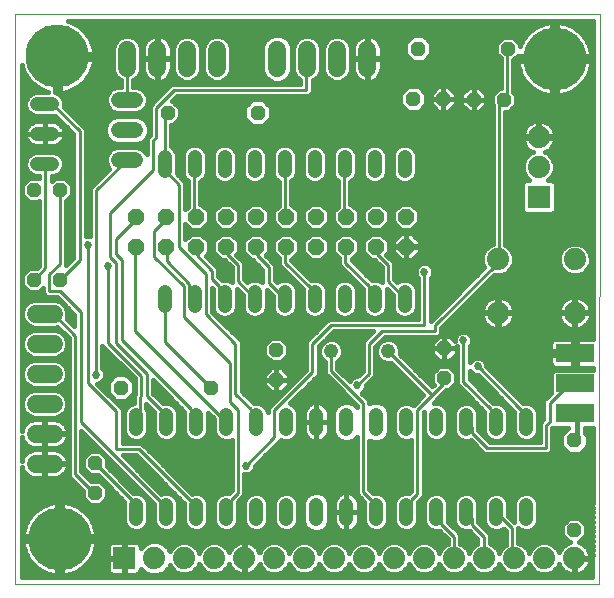
<source format=gbl>
G75*
G70*
%OFA0B0*%
%FSLAX24Y24*%
%IPPOS*%
%LPD*%
%AMOC8*
5,1,8,0,0,1.08239X$1,22.5*
%
%ADD10C,0.0000*%
%ADD11C,0.0600*%
%ADD12C,0.0480*%
%ADD13OC8,0.0480*%
%ADD14C,0.0480*%
%ADD15C,0.0740*%
%ADD16C,0.2100*%
%ADD17R,0.0740X0.0740*%
%ADD18OC8,0.0540*%
%ADD19R,0.1300X0.0600*%
%ADD20C,0.0540*%
%ADD21C,0.0160*%
%ADD22C,0.0100*%
%ADD23C,0.0270*%
D10*
X003500Y012477D02*
X003500Y031473D01*
X023000Y031477D01*
X022992Y012477D01*
X003500Y012477D01*
D11*
X004200Y016477D02*
X004800Y016477D01*
X004800Y017477D02*
X004200Y017477D01*
X004200Y018477D02*
X004800Y018477D01*
X004800Y019477D02*
X004200Y019477D01*
X004200Y020477D02*
X004800Y020477D01*
X004800Y021477D02*
X004200Y021477D01*
X007250Y029677D02*
X007250Y030277D01*
X008250Y030277D02*
X008250Y029677D01*
X009250Y029677D02*
X009250Y030277D01*
X010250Y030277D02*
X010250Y029677D01*
X012250Y029677D02*
X012250Y030277D01*
X013250Y030277D02*
X013250Y029677D01*
X014250Y029677D02*
X014250Y030277D01*
X015250Y030277D02*
X015250Y029677D01*
D12*
X015500Y026717D02*
X015500Y026237D01*
X014500Y026237D02*
X014500Y026717D01*
X013500Y026717D02*
X013500Y026237D01*
X012500Y026237D02*
X012500Y026717D01*
X011500Y026717D02*
X011500Y026237D01*
X010500Y026237D02*
X010500Y026717D01*
X009500Y026717D02*
X009500Y026237D01*
X008500Y026237D02*
X008500Y026717D01*
X004740Y026477D02*
X004260Y026477D01*
X004260Y027477D02*
X004740Y027477D01*
X004740Y028477D02*
X004260Y028477D01*
X008500Y022217D02*
X008500Y021737D01*
X009500Y021737D02*
X009500Y022217D01*
X010500Y022217D02*
X010500Y021737D01*
X011500Y021737D02*
X011500Y022217D01*
X012500Y022217D02*
X012500Y021737D01*
X013500Y021737D02*
X013500Y022217D01*
X014500Y022217D02*
X014500Y021737D01*
X015500Y021737D02*
X015500Y022217D01*
X016500Y022217D02*
X016500Y021737D01*
X016553Y018110D02*
X016553Y017630D01*
X015553Y017630D02*
X015553Y018110D01*
X014553Y018110D02*
X014553Y017630D01*
X013553Y017630D02*
X013553Y018110D01*
X012553Y018110D02*
X012553Y017630D01*
X011553Y017630D02*
X011553Y018110D01*
X010553Y018110D02*
X010553Y017630D01*
X009553Y017630D02*
X009553Y018110D01*
X008553Y018110D02*
X008553Y017630D01*
X007553Y017630D02*
X007553Y018110D01*
X007553Y015110D02*
X007553Y014630D01*
X008553Y014630D02*
X008553Y015110D01*
X009553Y015110D02*
X009553Y014630D01*
X010553Y014630D02*
X010553Y015110D01*
X011553Y015110D02*
X011553Y014630D01*
X012553Y014630D02*
X012553Y015110D01*
X013553Y015110D02*
X013553Y014630D01*
X014553Y014630D02*
X014553Y015110D01*
X015553Y015110D02*
X015553Y014630D01*
X016553Y014630D02*
X016553Y015110D01*
X017553Y015110D02*
X017553Y014630D01*
X018553Y014630D02*
X018553Y015110D01*
X019553Y015110D02*
X019553Y014630D01*
X020553Y014630D02*
X020553Y015110D01*
X020553Y017630D02*
X020553Y018110D01*
X019553Y018110D02*
X019553Y017630D01*
X018553Y017630D02*
X018553Y018110D01*
X017553Y018110D02*
X017553Y017630D01*
X016500Y026237D02*
X016500Y026717D01*
D13*
X016785Y028636D03*
X017785Y028636D03*
X018803Y028616D03*
X019803Y028616D03*
X019951Y030317D03*
X016951Y030317D03*
X011598Y028181D03*
X008598Y028181D03*
X005020Y025612D03*
X004142Y025612D03*
X004142Y022612D03*
X005020Y022612D03*
X007043Y019012D03*
X006167Y016506D03*
X006167Y015506D03*
X010043Y019012D03*
X012222Y019272D03*
X012222Y020272D03*
X017823Y020323D03*
X017823Y019323D03*
X022157Y017258D03*
X022157Y014258D03*
D14*
X015950Y020227D03*
X014050Y020227D03*
D15*
X019610Y021506D03*
X019610Y023286D03*
X022170Y023286D03*
X022170Y021506D03*
X020972Y026370D03*
X020972Y027370D03*
X021152Y013329D03*
X022152Y013329D03*
X020152Y013329D03*
X019152Y013329D03*
X018152Y013329D03*
X017152Y013329D03*
X016152Y013329D03*
X015152Y013329D03*
X014152Y013329D03*
X013152Y013329D03*
X012152Y013329D03*
X011152Y013329D03*
X010152Y013329D03*
X009152Y013329D03*
X008152Y013329D03*
D16*
X005000Y013977D03*
X004921Y030065D03*
X021500Y029977D03*
D17*
X020972Y025370D03*
X007152Y013329D03*
D18*
X007549Y023711D03*
X007549Y024711D03*
X008549Y024711D03*
X008549Y023711D03*
X009549Y023711D03*
X009549Y024711D03*
X010549Y024711D03*
X010549Y023711D03*
X011549Y023711D03*
X011549Y024711D03*
X012549Y024711D03*
X012549Y023711D03*
X013549Y023711D03*
X013549Y024711D03*
X014549Y024711D03*
X014549Y023711D03*
X015549Y023711D03*
X015549Y024711D03*
X016549Y024711D03*
X016549Y023711D03*
D19*
X022181Y020156D03*
X022181Y019156D03*
X022181Y018156D03*
D20*
X007506Y026605D02*
X006966Y026605D01*
X006966Y027605D02*
X007506Y027605D01*
X007506Y028605D02*
X006966Y028605D01*
D21*
X006583Y028802D02*
X004980Y028802D01*
X004967Y028816D02*
X004841Y028868D01*
X004841Y029985D01*
X005001Y029985D01*
X005001Y028836D01*
X005128Y028851D01*
X005262Y028881D01*
X005393Y028927D01*
X005517Y028987D01*
X005634Y029060D01*
X005742Y029147D01*
X005840Y029244D01*
X005926Y029352D01*
X005999Y029469D01*
X006059Y029594D01*
X006105Y029724D01*
X006136Y029859D01*
X006150Y029985D01*
X005001Y029985D01*
X005001Y030145D01*
X006150Y030145D01*
X006136Y030272D01*
X006105Y030406D01*
X006059Y030537D01*
X005999Y030661D01*
X005926Y030778D01*
X005840Y030886D01*
X005742Y030984D01*
X005634Y031070D01*
X005517Y031143D01*
X005393Y031203D01*
X005279Y031243D01*
X022770Y031247D01*
X022766Y020636D01*
X022251Y020636D01*
X022251Y020226D01*
X022111Y020226D01*
X022111Y020636D01*
X021507Y020636D01*
X021462Y020623D01*
X021421Y020600D01*
X021387Y020566D01*
X021363Y020525D01*
X021351Y020479D01*
X021351Y020226D01*
X022111Y020226D01*
X022111Y020086D01*
X021351Y020086D01*
X021351Y019832D01*
X021363Y019786D01*
X021387Y019745D01*
X021421Y019712D01*
X021462Y019688D01*
X021507Y019676D01*
X022111Y019676D01*
X022111Y020086D01*
X022251Y020086D01*
X022251Y019676D01*
X022765Y019676D01*
X022765Y019616D01*
X021465Y019616D01*
X021371Y019522D01*
X021371Y018834D01*
X021125Y018587D01*
X021125Y017957D01*
X021007Y017839D01*
X021007Y017214D01*
X019335Y017214D01*
X018953Y017596D01*
X018953Y018190D01*
X018892Y018337D01*
X018780Y018449D01*
X018633Y018510D01*
X018474Y018510D01*
X018327Y018449D01*
X018214Y018337D01*
X018153Y018190D01*
X018153Y017551D01*
X018214Y017404D01*
X018327Y017291D01*
X018474Y017230D01*
X018633Y017230D01*
X018698Y017257D01*
X019038Y016917D01*
X019161Y016794D01*
X021304Y016794D01*
X021427Y016917D01*
X021427Y017665D01*
X021433Y017671D01*
X021448Y017656D01*
X021933Y017656D01*
X021717Y017440D01*
X021717Y017076D01*
X021975Y016818D01*
X022340Y016818D01*
X022597Y017076D01*
X022597Y017440D01*
X022520Y017518D01*
X022520Y017656D01*
X022764Y017656D01*
X022762Y012707D01*
X003730Y012707D01*
X003730Y016376D01*
X003732Y016364D01*
X003755Y016292D01*
X003789Y016225D01*
X003834Y016164D01*
X003887Y016110D01*
X003948Y016066D01*
X004016Y016032D01*
X004088Y016008D01*
X004162Y015997D01*
X004480Y015997D01*
X004480Y016457D01*
X004520Y016457D01*
X004520Y016497D01*
X004480Y016497D01*
X004480Y016957D01*
X004162Y016957D01*
X004088Y016945D01*
X004016Y016921D01*
X003948Y016887D01*
X003887Y016843D01*
X003834Y016789D01*
X003789Y016728D01*
X003755Y016661D01*
X003732Y016589D01*
X003730Y016578D01*
X003730Y017376D01*
X003732Y017364D01*
X003755Y017292D01*
X003789Y017225D01*
X003834Y017164D01*
X003887Y017110D01*
X003948Y017066D01*
X004016Y017032D01*
X004088Y017008D01*
X004162Y016997D01*
X004480Y016997D01*
X004480Y017457D01*
X004520Y017457D01*
X004520Y017497D01*
X004480Y017497D01*
X004480Y017957D01*
X004162Y017957D01*
X004088Y017945D01*
X004016Y017921D01*
X003948Y017887D01*
X003887Y017843D01*
X003834Y017789D01*
X003789Y017728D01*
X003755Y017661D01*
X003732Y017589D01*
X003730Y017578D01*
X003730Y029757D01*
X003737Y029724D01*
X003783Y029594D01*
X003843Y029469D01*
X003917Y029352D01*
X004003Y029244D01*
X004100Y029147D01*
X004208Y029060D01*
X004325Y028987D01*
X004450Y028927D01*
X004580Y028881D01*
X004601Y028877D01*
X004180Y028877D01*
X004033Y028816D01*
X003921Y028703D01*
X003860Y028556D01*
X003860Y028397D01*
X003921Y028250D01*
X004033Y028138D01*
X004180Y028077D01*
X004820Y028077D01*
X004839Y028085D01*
X005455Y027468D01*
X005455Y023351D01*
X005206Y023102D01*
X005206Y025233D01*
X005420Y025447D01*
X005420Y025778D01*
X005185Y026012D01*
X004854Y026012D01*
X004734Y025892D01*
X004734Y026077D01*
X004820Y026077D01*
X004967Y026138D01*
X005079Y026250D01*
X005140Y026397D01*
X005140Y026556D01*
X005079Y026703D01*
X004967Y026816D01*
X004820Y026877D01*
X004180Y026877D01*
X004033Y026816D01*
X003921Y026703D01*
X003860Y026556D01*
X003860Y026397D01*
X003921Y026250D01*
X004033Y026138D01*
X004180Y026077D01*
X004314Y026077D01*
X004314Y026006D01*
X004307Y026012D01*
X003976Y026012D01*
X003742Y025778D01*
X003742Y025447D01*
X003976Y025212D01*
X004307Y025212D01*
X004314Y025219D01*
X004314Y023075D01*
X004251Y023012D01*
X003976Y023012D01*
X003742Y022778D01*
X003742Y022447D01*
X003976Y022212D01*
X004307Y022212D01*
X004432Y022337D01*
X004432Y022153D01*
X004555Y022030D01*
X004909Y022030D01*
X005495Y021445D01*
X005495Y021054D01*
X005232Y021317D01*
X005260Y021385D01*
X005260Y021568D01*
X005190Y021737D01*
X005061Y021867D01*
X004891Y021937D01*
X004108Y021937D01*
X003939Y021867D01*
X003810Y021737D01*
X003740Y021568D01*
X003740Y021385D01*
X003810Y021216D01*
X003939Y021087D01*
X004108Y021017D01*
X004891Y021017D01*
X004925Y021030D01*
X005298Y020657D01*
X005298Y016051D01*
X005421Y015928D01*
X005767Y015582D01*
X005767Y015340D01*
X006002Y015106D01*
X006333Y015106D01*
X006567Y015340D01*
X006567Y015672D01*
X006333Y015906D01*
X006037Y015906D01*
X005718Y016225D01*
X005718Y017560D01*
X008153Y015125D01*
X008153Y014551D01*
X008214Y014404D01*
X008327Y014291D01*
X008474Y014230D01*
X008633Y014230D01*
X008780Y014291D01*
X008892Y014404D01*
X008953Y014551D01*
X008953Y015190D01*
X008892Y015337D01*
X008780Y015449D01*
X008633Y015510D01*
X008474Y015510D01*
X008394Y015478D01*
X007117Y016755D01*
X007547Y016755D01*
X009153Y015149D01*
X009153Y014551D01*
X009214Y014404D01*
X009327Y014291D01*
X009474Y014230D01*
X009633Y014230D01*
X009780Y014291D01*
X009892Y014404D01*
X009953Y014551D01*
X009953Y015190D01*
X009892Y015337D01*
X009780Y015449D01*
X009633Y015510D01*
X009474Y015510D01*
X009411Y015484D01*
X007844Y017052D01*
X007721Y017175D01*
X007096Y017175D01*
X007096Y018312D01*
X006973Y018435D01*
X006257Y019150D01*
X006275Y019150D01*
X006384Y019195D01*
X006467Y019278D01*
X006512Y019386D01*
X006512Y019504D01*
X006467Y019612D01*
X006427Y019652D01*
X006427Y020395D01*
X006523Y020298D01*
X007503Y019319D01*
X007503Y018823D01*
X007463Y018784D01*
X007463Y018506D01*
X007327Y018449D01*
X007214Y018337D01*
X007153Y018190D01*
X007153Y017551D01*
X007214Y017404D01*
X007327Y017291D01*
X007474Y017230D01*
X007633Y017230D01*
X007780Y017291D01*
X007892Y017404D01*
X007953Y017551D01*
X007953Y018190D01*
X007892Y018337D01*
X007883Y018346D01*
X007883Y018466D01*
X008155Y018194D01*
X008153Y018190D01*
X008153Y017551D01*
X008214Y017404D01*
X008327Y017291D01*
X008474Y017230D01*
X008633Y017230D01*
X008780Y017291D01*
X008892Y017404D01*
X008953Y017551D01*
X008953Y018190D01*
X008892Y018337D01*
X008780Y018449D01*
X008633Y018510D01*
X008474Y018510D01*
X008445Y018498D01*
X008119Y018823D01*
X008119Y019253D01*
X009156Y018216D01*
X009156Y018197D01*
X009153Y018190D01*
X009153Y017551D01*
X009214Y017404D01*
X009327Y017291D01*
X009474Y017230D01*
X009633Y017230D01*
X009780Y017291D01*
X009892Y017404D01*
X009953Y017551D01*
X009953Y018167D01*
X010153Y017967D01*
X010153Y017551D01*
X010214Y017404D01*
X010327Y017291D01*
X010474Y017230D01*
X010633Y017230D01*
X010731Y017271D01*
X010731Y015595D01*
X010642Y015506D01*
X010633Y015510D01*
X010474Y015510D01*
X010327Y015449D01*
X010214Y015337D01*
X010153Y015190D01*
X010153Y014551D01*
X010214Y014404D01*
X010327Y014291D01*
X010474Y014230D01*
X010633Y014230D01*
X010780Y014291D01*
X010892Y014404D01*
X010953Y014551D01*
X010953Y015190D01*
X010943Y015214D01*
X011028Y015298D01*
X011151Y015421D01*
X011151Y016121D01*
X011158Y016119D01*
X011275Y016119D01*
X011384Y016164D01*
X011467Y016247D01*
X011512Y016355D01*
X011512Y016412D01*
X012248Y017149D01*
X012371Y017272D01*
X012371Y017273D01*
X012474Y017230D01*
X012633Y017230D01*
X012780Y017291D01*
X012892Y017404D01*
X012953Y017551D01*
X012953Y018190D01*
X012892Y018337D01*
X012780Y018449D01*
X012684Y018489D01*
X013508Y019314D01*
X013631Y019437D01*
X013631Y020382D01*
X014138Y020889D01*
X015434Y020889D01*
X015101Y020556D01*
X015101Y019571D01*
X014915Y019386D01*
X014859Y019386D01*
X014750Y019341D01*
X014667Y019258D01*
X014663Y019248D01*
X014261Y019650D01*
X014261Y019881D01*
X014277Y019888D01*
X014389Y020000D01*
X014450Y020147D01*
X014450Y020306D01*
X014389Y020453D01*
X014277Y020566D01*
X014130Y020627D01*
X013970Y020627D01*
X013823Y020566D01*
X013711Y020453D01*
X013650Y020306D01*
X013650Y020147D01*
X013711Y020000D01*
X013823Y019888D01*
X013841Y019880D01*
X013841Y019476D01*
X013964Y019353D01*
X014904Y018413D01*
X014904Y018382D01*
X014802Y018483D01*
X014641Y018550D01*
X014466Y018550D01*
X014304Y018483D01*
X014180Y018360D01*
X014113Y018198D01*
X014113Y017543D01*
X014180Y017381D01*
X014304Y017257D01*
X014466Y017190D01*
X014641Y017190D01*
X014802Y017257D01*
X014904Y017359D01*
X014904Y015460D01*
X015027Y015337D01*
X015159Y015205D01*
X015153Y015190D01*
X015153Y014551D01*
X015214Y014404D01*
X015327Y014291D01*
X015474Y014230D01*
X015633Y014230D01*
X015780Y014291D01*
X015892Y014404D01*
X015953Y014551D01*
X015953Y015190D01*
X015892Y015337D01*
X015780Y015449D01*
X015633Y015510D01*
X015474Y015510D01*
X015456Y015503D01*
X015324Y015634D01*
X015324Y017249D01*
X015466Y017190D01*
X015641Y017190D01*
X015802Y017257D01*
X015926Y017381D01*
X015993Y017543D01*
X015993Y018198D01*
X015926Y018360D01*
X015802Y018483D01*
X015641Y018550D01*
X015466Y018550D01*
X015324Y018492D01*
X015324Y018587D01*
X015075Y018837D01*
X015084Y018841D01*
X015167Y018924D01*
X015212Y019032D01*
X015212Y019089D01*
X015521Y019398D01*
X015521Y020382D01*
X015831Y020692D01*
X017598Y020692D01*
X017403Y020497D01*
X017403Y020323D01*
X017403Y020149D01*
X017649Y019903D01*
X017823Y019903D01*
X017997Y019903D01*
X018243Y020149D01*
X018243Y020323D01*
X017823Y020323D01*
X017823Y020323D01*
X018243Y020323D01*
X018243Y020387D01*
X018251Y020380D01*
X018251Y019122D01*
X018374Y018999D01*
X019156Y018216D01*
X019156Y018197D01*
X019153Y018190D01*
X019153Y017551D01*
X019214Y017404D01*
X019327Y017291D01*
X019474Y017230D01*
X019633Y017230D01*
X019780Y017291D01*
X019892Y017404D01*
X019953Y017551D01*
X019953Y018190D01*
X019892Y018337D01*
X019780Y018449D01*
X019633Y018510D01*
X019474Y018510D01*
X019461Y018505D01*
X018671Y019296D01*
X018671Y019583D01*
X018683Y019554D01*
X018766Y019471D01*
X018874Y019426D01*
X018931Y019426D01*
X020157Y018200D01*
X020153Y018190D01*
X020153Y017551D01*
X020214Y017404D01*
X020327Y017291D01*
X020474Y017230D01*
X020633Y017230D01*
X020780Y017291D01*
X020892Y017404D01*
X020953Y017551D01*
X020953Y018190D01*
X020892Y018337D01*
X020780Y018449D01*
X020633Y018510D01*
X020474Y018510D01*
X020450Y018501D01*
X019228Y019723D01*
X019228Y019779D01*
X019183Y019888D01*
X019100Y019971D01*
X018992Y020016D01*
X018874Y020016D01*
X018766Y019971D01*
X018683Y019888D01*
X018671Y019858D01*
X018671Y020380D01*
X018711Y020420D01*
X018756Y020528D01*
X018756Y020646D01*
X018711Y020754D01*
X018628Y020837D01*
X018519Y020882D01*
X018402Y020882D01*
X018294Y020837D01*
X018211Y020754D01*
X018166Y020646D01*
X018166Y020574D01*
X017997Y020743D01*
X017823Y020743D01*
X017823Y020323D01*
X017823Y019903D01*
X017823Y020323D01*
X017823Y020323D01*
X017823Y020323D01*
X017403Y020323D01*
X017823Y020323D01*
X017823Y020323D01*
X017823Y020743D01*
X017654Y020743D01*
X017726Y020815D01*
X017726Y021012D01*
X019480Y022766D01*
X019504Y022756D01*
X019715Y022756D01*
X019910Y022837D01*
X020059Y022986D01*
X020140Y023180D01*
X020140Y023391D01*
X020059Y023586D01*
X019910Y023735D01*
X019852Y023759D01*
X019852Y028216D01*
X019969Y028216D01*
X020203Y028451D01*
X020203Y028782D01*
X020127Y028858D01*
X020127Y029928D01*
X020273Y030074D01*
X020271Y030057D01*
X021420Y030057D01*
X021420Y031205D01*
X021294Y031191D01*
X021159Y031160D01*
X021029Y031115D01*
X020904Y031055D01*
X020787Y030981D01*
X020679Y030895D01*
X020581Y030798D01*
X020495Y030690D01*
X020422Y030573D01*
X020362Y030448D01*
X020351Y030416D01*
X020351Y030483D01*
X020116Y030717D01*
X019785Y030717D01*
X019551Y030483D01*
X019551Y030151D01*
X019707Y029995D01*
X019707Y029016D01*
X019637Y029016D01*
X019403Y028782D01*
X019403Y028451D01*
X019432Y028422D01*
X019432Y023786D01*
X019310Y023735D01*
X019160Y023586D01*
X019080Y023391D01*
X019080Y023180D01*
X019144Y023024D01*
X017371Y021251D01*
X017371Y022663D01*
X017412Y022703D01*
X017456Y022812D01*
X017456Y022929D01*
X017412Y023037D01*
X017329Y023120D01*
X017220Y023165D01*
X017103Y023165D01*
X016994Y023120D01*
X016911Y023037D01*
X016866Y022929D01*
X016866Y022812D01*
X016911Y022703D01*
X016951Y022663D01*
X016951Y021309D01*
X013964Y021309D01*
X013841Y021186D01*
X013211Y020556D01*
X013211Y019611D01*
X011951Y018351D01*
X011951Y018194D01*
X011892Y018337D01*
X011780Y018449D01*
X011633Y018510D01*
X011474Y018510D01*
X011467Y018508D01*
X011072Y018902D01*
X011072Y020556D01*
X010088Y021540D01*
X010088Y022324D01*
X010101Y022311D01*
X010101Y022299D01*
X010100Y022296D01*
X010100Y021657D01*
X010161Y021510D01*
X010273Y021398D01*
X010420Y021337D01*
X010580Y021337D01*
X010727Y021398D01*
X010839Y021510D01*
X010900Y021657D01*
X010900Y022296D01*
X010898Y022302D01*
X011100Y022099D01*
X011100Y021657D01*
X011161Y021510D01*
X011273Y021398D01*
X011420Y021337D01*
X011580Y021337D01*
X011727Y021398D01*
X011839Y021510D01*
X011900Y021657D01*
X011900Y022284D01*
X012100Y022084D01*
X012100Y021657D01*
X012161Y021510D01*
X012273Y021398D01*
X012420Y021337D01*
X012580Y021337D01*
X012727Y021398D01*
X012839Y021510D01*
X012900Y021657D01*
X012900Y022296D01*
X012839Y022443D01*
X012727Y022556D01*
X012580Y022617D01*
X012420Y022617D01*
X012273Y022556D01*
X012248Y022530D01*
X012175Y022603D01*
X012175Y023115D01*
X011868Y023421D01*
X011979Y023533D01*
X011979Y023889D01*
X011727Y024141D01*
X011371Y024141D01*
X011119Y023889D01*
X011119Y023533D01*
X011371Y023281D01*
X011415Y023281D01*
X011484Y023211D01*
X011755Y022941D01*
X011755Y022528D01*
X011727Y022556D01*
X011580Y022617D01*
X011420Y022617D01*
X011273Y022556D01*
X011255Y022538D01*
X011151Y022642D01*
X011151Y023194D01*
X010895Y023449D01*
X010979Y023533D01*
X010979Y023889D01*
X010727Y024141D01*
X010371Y024141D01*
X010119Y023889D01*
X010119Y023533D01*
X010371Y023281D01*
X010470Y023281D01*
X010731Y023020D01*
X010731Y022551D01*
X010727Y022556D01*
X010580Y022617D01*
X010420Y022617D01*
X010398Y022607D01*
X010285Y022721D01*
X010285Y022997D01*
X009864Y023418D01*
X009979Y023533D01*
X009979Y023889D01*
X009727Y024141D01*
X009371Y024141D01*
X009182Y023952D01*
X009182Y024470D01*
X009371Y024281D01*
X009727Y024281D01*
X009979Y024533D01*
X009979Y024889D01*
X009727Y025141D01*
X009694Y025141D01*
X009694Y025884D01*
X009727Y025898D01*
X009839Y026010D01*
X009900Y026157D01*
X009900Y026796D01*
X009839Y026943D01*
X009727Y027056D01*
X009580Y027117D01*
X009420Y027117D01*
X009273Y027056D01*
X009161Y026943D01*
X009100Y026796D01*
X009100Y026157D01*
X009161Y026010D01*
X009273Y025898D01*
X009274Y025897D01*
X009274Y025044D01*
X009182Y024952D01*
X009182Y025871D01*
X008899Y026154D01*
X008900Y026157D01*
X008900Y026796D01*
X008839Y026943D01*
X008727Y027056D01*
X008710Y027063D01*
X008710Y027781D01*
X008764Y027781D01*
X008998Y028016D01*
X008998Y028347D01*
X008764Y028581D01*
X008760Y028581D01*
X008902Y028723D01*
X013311Y028723D01*
X013434Y028846D01*
X013434Y029255D01*
X013511Y029287D01*
X013640Y029416D01*
X013710Y029585D01*
X013710Y030368D01*
X013640Y030537D01*
X013511Y030667D01*
X013341Y030737D01*
X013158Y030737D01*
X012989Y030667D01*
X012860Y030537D01*
X012790Y030368D01*
X012790Y029585D01*
X012860Y029416D01*
X012989Y029287D01*
X013014Y029276D01*
X013014Y029143D01*
X008728Y029143D01*
X008605Y029020D01*
X008014Y028430D01*
X008014Y027445D01*
X007896Y027327D01*
X007896Y026786D01*
X007871Y026848D01*
X007750Y026969D01*
X007592Y027035D01*
X006881Y027035D01*
X006723Y026969D01*
X006602Y026848D01*
X006536Y026690D01*
X006536Y026519D01*
X006602Y026361D01*
X006648Y026315D01*
X006130Y025797D01*
X006130Y025797D01*
X006007Y025674D01*
X006007Y024068D01*
X006000Y024071D01*
X005882Y024071D01*
X005875Y024068D01*
X005875Y027642D01*
X005134Y028383D01*
X005140Y028397D01*
X005140Y028556D01*
X005079Y028703D01*
X004967Y028816D01*
X005001Y028961D02*
X004841Y028961D01*
X004841Y029119D02*
X005001Y029119D01*
X005001Y029278D02*
X004841Y029278D01*
X004841Y029436D02*
X005001Y029436D01*
X005001Y029595D02*
X004841Y029595D01*
X004841Y029753D02*
X005001Y029753D01*
X005001Y029912D02*
X004841Y029912D01*
X005001Y030070D02*
X006790Y030070D01*
X006790Y029912D02*
X006142Y029912D01*
X006112Y029753D02*
X006790Y029753D01*
X006790Y029595D02*
X006060Y029595D01*
X005979Y029436D02*
X006852Y029436D01*
X006860Y029416D02*
X006989Y029287D01*
X007030Y029270D01*
X007030Y029035D01*
X006881Y029035D01*
X006723Y028969D01*
X006602Y028848D01*
X006536Y028690D01*
X006536Y028519D01*
X006602Y028361D01*
X006723Y028240D01*
X006881Y028175D01*
X007592Y028175D01*
X007750Y028240D01*
X007871Y028361D01*
X007936Y028519D01*
X007936Y028690D01*
X007871Y028848D01*
X007750Y028969D01*
X007592Y029035D01*
X007450Y029035D01*
X007450Y029262D01*
X007511Y029287D01*
X007640Y029416D01*
X007710Y029585D01*
X007710Y030368D01*
X007640Y030537D01*
X007511Y030667D01*
X007341Y030737D01*
X007158Y030737D01*
X006989Y030667D01*
X006860Y030537D01*
X006790Y030368D01*
X006790Y029585D01*
X006860Y029416D01*
X007011Y029278D02*
X005866Y029278D01*
X005708Y029119D02*
X007030Y029119D01*
X006714Y028961D02*
X005462Y028961D01*
X005104Y028644D02*
X006536Y028644D01*
X006550Y028485D02*
X005140Y028485D01*
X005191Y028327D02*
X006636Y028327D01*
X006716Y028010D02*
X005508Y028010D01*
X005350Y028168D02*
X008014Y028168D01*
X008014Y028010D02*
X007756Y028010D01*
X007772Y028003D02*
X007600Y028075D01*
X006873Y028075D01*
X006700Y028003D01*
X006568Y027871D01*
X006496Y027698D01*
X006496Y027511D01*
X006568Y027338D01*
X006700Y027206D01*
X006873Y027135D01*
X007600Y027135D01*
X007772Y027206D01*
X007905Y027338D01*
X007976Y027511D01*
X007976Y027698D01*
X007905Y027871D01*
X007772Y028003D01*
X007913Y027851D02*
X008014Y027851D01*
X008014Y027693D02*
X007976Y027693D01*
X007976Y027534D02*
X008014Y027534D01*
X007945Y027376D02*
X007920Y027376D01*
X007896Y027217D02*
X007783Y027217D01*
X007896Y027059D02*
X005875Y027059D01*
X005875Y027217D02*
X006689Y027217D01*
X006552Y027376D02*
X005875Y027376D01*
X005875Y027534D02*
X006496Y027534D01*
X006496Y027693D02*
X005825Y027693D01*
X005667Y027851D02*
X006560Y027851D01*
X006654Y026900D02*
X005875Y026900D01*
X005875Y026742D02*
X006558Y026742D01*
X006536Y026583D02*
X005875Y026583D01*
X005875Y026425D02*
X006575Y026425D01*
X006599Y026266D02*
X005875Y026266D01*
X005875Y026108D02*
X006440Y026108D01*
X006282Y025949D02*
X005875Y025949D01*
X005875Y025791D02*
X006123Y025791D01*
X006007Y025632D02*
X005875Y025632D01*
X005875Y025474D02*
X006007Y025474D01*
X006007Y025315D02*
X005875Y025315D01*
X005875Y025157D02*
X006007Y025157D01*
X006007Y024998D02*
X005875Y024998D01*
X005875Y024840D02*
X006007Y024840D01*
X006007Y024681D02*
X005875Y024681D01*
X005875Y024523D02*
X006007Y024523D01*
X006007Y024364D02*
X005875Y024364D01*
X005875Y024206D02*
X006007Y024206D01*
X005455Y024206D02*
X005206Y024206D01*
X005206Y024364D02*
X005455Y024364D01*
X005455Y024523D02*
X005206Y024523D01*
X005206Y024681D02*
X005455Y024681D01*
X005455Y024840D02*
X005206Y024840D01*
X005206Y024998D02*
X005455Y024998D01*
X005455Y025157D02*
X005206Y025157D01*
X005288Y025315D02*
X005455Y025315D01*
X005455Y025474D02*
X005420Y025474D01*
X005420Y025632D02*
X005455Y025632D01*
X005455Y025791D02*
X005407Y025791D01*
X005455Y025949D02*
X005249Y025949D01*
X005455Y026108D02*
X004894Y026108D01*
X004791Y025949D02*
X004734Y025949D01*
X005086Y026266D02*
X005455Y026266D01*
X005455Y026425D02*
X005140Y026425D01*
X005129Y026583D02*
X005455Y026583D01*
X005455Y026742D02*
X005041Y026742D01*
X004901Y027087D02*
X004960Y027117D01*
X005014Y027156D01*
X005060Y027203D01*
X005099Y027256D01*
X005129Y027315D01*
X005150Y027378D01*
X005160Y027444D01*
X005160Y027477D01*
X005160Y027510D01*
X005150Y027575D01*
X005129Y027638D01*
X005099Y027697D01*
X005060Y027750D01*
X005014Y027797D01*
X004960Y027836D01*
X004901Y027866D01*
X004838Y027886D01*
X004773Y027897D01*
X004500Y027897D01*
X004227Y027897D01*
X004162Y027886D01*
X004099Y027866D01*
X004040Y027836D01*
X003986Y027797D01*
X003940Y027750D01*
X003901Y027697D01*
X003871Y027638D01*
X003850Y027575D01*
X003840Y027510D01*
X003840Y027477D01*
X004500Y027477D01*
X004500Y027897D01*
X004500Y027477D01*
X004500Y027477D01*
X005160Y027477D01*
X004500Y027477D01*
X004500Y027477D01*
X004500Y027477D01*
X003840Y027477D01*
X003840Y027444D01*
X003850Y027378D01*
X003871Y027315D01*
X003901Y027256D01*
X003940Y027203D01*
X003986Y027156D01*
X004040Y027117D01*
X004099Y027087D01*
X004162Y027067D01*
X004227Y027057D01*
X004500Y027057D01*
X004773Y027057D01*
X004838Y027067D01*
X004901Y027087D01*
X004786Y027059D02*
X005455Y027059D01*
X005455Y027217D02*
X005071Y027217D01*
X005149Y027376D02*
X005455Y027376D01*
X005390Y027534D02*
X005156Y027534D01*
X005101Y027693D02*
X005231Y027693D01*
X005073Y027851D02*
X004930Y027851D01*
X004914Y028010D02*
X003730Y028010D01*
X003730Y028168D02*
X004003Y028168D01*
X003889Y028327D02*
X003730Y028327D01*
X003730Y028485D02*
X003860Y028485D01*
X003896Y028644D02*
X003730Y028644D01*
X003730Y028802D02*
X004020Y028802D01*
X003730Y028961D02*
X004380Y028961D01*
X004135Y029119D02*
X003730Y029119D01*
X003730Y029278D02*
X003976Y029278D01*
X003864Y029436D02*
X003730Y029436D01*
X003730Y029595D02*
X003783Y029595D01*
X003730Y029753D02*
X003731Y029753D01*
X003730Y027851D02*
X004070Y027851D01*
X003899Y027693D02*
X003730Y027693D01*
X003730Y027534D02*
X003844Y027534D01*
X003851Y027376D02*
X003730Y027376D01*
X003730Y027217D02*
X003929Y027217D01*
X003730Y027059D02*
X004214Y027059D01*
X004500Y027059D02*
X004500Y027059D01*
X004500Y027057D02*
X004500Y027477D01*
X004500Y027477D01*
X004500Y027057D01*
X004500Y027217D02*
X004500Y027217D01*
X004500Y027376D02*
X004500Y027376D01*
X004500Y027534D02*
X004500Y027534D01*
X004500Y027693D02*
X004500Y027693D01*
X004500Y027851D02*
X004500Y027851D01*
X003730Y026900D02*
X005455Y026900D01*
X003959Y026742D02*
X003730Y026742D01*
X003730Y026583D02*
X003871Y026583D01*
X003860Y026425D02*
X003730Y026425D01*
X003730Y026266D02*
X003914Y026266D01*
X003730Y026108D02*
X004106Y026108D01*
X003913Y025949D02*
X003730Y025949D01*
X003730Y025791D02*
X003754Y025791D01*
X003742Y025632D02*
X003730Y025632D01*
X003730Y025474D02*
X003742Y025474D01*
X003730Y025315D02*
X003873Y025315D01*
X003730Y025157D02*
X004314Y025157D01*
X004314Y024998D02*
X003730Y024998D01*
X003730Y024840D02*
X004314Y024840D01*
X004314Y024681D02*
X003730Y024681D01*
X003730Y024523D02*
X004314Y024523D01*
X004314Y024364D02*
X003730Y024364D01*
X003730Y024206D02*
X004314Y024206D01*
X004314Y024047D02*
X003730Y024047D01*
X003730Y023889D02*
X004314Y023889D01*
X004314Y023730D02*
X003730Y023730D01*
X003730Y023572D02*
X004314Y023572D01*
X004314Y023413D02*
X003730Y023413D01*
X003730Y023255D02*
X004314Y023255D01*
X004314Y023096D02*
X003730Y023096D01*
X003730Y022938D02*
X003901Y022938D01*
X003743Y022779D02*
X003730Y022779D01*
X003730Y022621D02*
X003742Y022621D01*
X003730Y022462D02*
X003742Y022462D01*
X003730Y022304D02*
X003885Y022304D01*
X003730Y022145D02*
X004440Y022145D01*
X004432Y022304D02*
X004399Y022304D01*
X004953Y021987D02*
X003730Y021987D01*
X003730Y021828D02*
X003901Y021828D01*
X003782Y021670D02*
X003730Y021670D01*
X003730Y021511D02*
X003740Y021511D01*
X003730Y021353D02*
X003753Y021353D01*
X003730Y021194D02*
X003832Y021194D01*
X003730Y021036D02*
X004063Y021036D01*
X004108Y020937D02*
X003939Y020867D01*
X003810Y020737D01*
X003740Y020568D01*
X003740Y020385D01*
X003810Y020216D01*
X003939Y020087D01*
X004108Y020017D01*
X004891Y020017D01*
X005061Y020087D01*
X005190Y020216D01*
X005260Y020385D01*
X005260Y020568D01*
X005190Y020737D01*
X005061Y020867D01*
X004891Y020937D01*
X004108Y020937D01*
X003965Y020877D02*
X003730Y020877D01*
X003730Y020719D02*
X003802Y020719D01*
X003740Y020560D02*
X003730Y020560D01*
X003730Y020402D02*
X003740Y020402D01*
X003730Y020243D02*
X003799Y020243D01*
X003730Y020085D02*
X003944Y020085D01*
X004083Y019926D02*
X003730Y019926D01*
X003730Y019768D02*
X003840Y019768D01*
X003810Y019737D02*
X003740Y019568D01*
X003740Y019385D01*
X003810Y019216D01*
X003939Y019087D01*
X004108Y019017D01*
X004891Y019017D01*
X005061Y019087D01*
X005190Y019216D01*
X005260Y019385D01*
X005260Y019568D01*
X005190Y019737D01*
X005061Y019867D01*
X004891Y019937D01*
X004108Y019937D01*
X003939Y019867D01*
X003810Y019737D01*
X003757Y019609D02*
X003730Y019609D01*
X003730Y019451D02*
X003740Y019451D01*
X003730Y019292D02*
X003779Y019292D01*
X003730Y019134D02*
X003892Y019134D01*
X003730Y018975D02*
X005298Y018975D01*
X005298Y018817D02*
X005111Y018817D01*
X005061Y018867D02*
X004891Y018937D01*
X004108Y018937D01*
X003939Y018867D01*
X003810Y018737D01*
X003740Y018568D01*
X003740Y018385D01*
X003810Y018216D01*
X003939Y018087D01*
X004108Y018017D01*
X004891Y018017D01*
X005061Y018087D01*
X005190Y018216D01*
X005260Y018385D01*
X005260Y018568D01*
X005190Y018737D01*
X005061Y018867D01*
X005223Y018658D02*
X005298Y018658D01*
X005298Y018500D02*
X005260Y018500D01*
X005242Y018341D02*
X005298Y018341D01*
X005298Y018183D02*
X005157Y018183D01*
X005298Y018024D02*
X004910Y018024D01*
X004912Y017945D02*
X004838Y017957D01*
X004520Y017957D01*
X004520Y017497D01*
X005280Y017497D01*
X005280Y017514D01*
X005268Y017589D01*
X005245Y017661D01*
X005211Y017728D01*
X005166Y017789D01*
X005113Y017843D01*
X005052Y017887D01*
X004984Y017921D01*
X004912Y017945D01*
X005081Y017866D02*
X005298Y017866D01*
X005298Y017707D02*
X005221Y017707D01*
X005275Y017549D02*
X005298Y017549D01*
X005280Y017457D02*
X004520Y017457D01*
X004520Y016997D01*
X004838Y016997D01*
X004912Y017008D01*
X004984Y017032D01*
X005052Y017066D01*
X005113Y017110D01*
X005166Y017164D01*
X005211Y017225D01*
X005245Y017292D01*
X005268Y017364D01*
X005280Y017439D01*
X005280Y017457D01*
X005272Y017390D02*
X005298Y017390D01*
X005298Y017232D02*
X005214Y017232D01*
X005298Y017073D02*
X005061Y017073D01*
X004984Y016921D02*
X004912Y016945D01*
X004838Y016957D01*
X004520Y016957D01*
X004520Y016497D01*
X005280Y016497D01*
X005280Y016514D01*
X005268Y016589D01*
X005245Y016661D01*
X005211Y016728D01*
X005166Y016789D01*
X005113Y016843D01*
X005052Y016887D01*
X004984Y016921D01*
X004998Y016915D02*
X005298Y016915D01*
X005298Y016756D02*
X005190Y016756D01*
X005265Y016598D02*
X005298Y016598D01*
X005280Y016457D02*
X004520Y016457D01*
X004520Y015997D01*
X004838Y015997D01*
X004912Y016008D01*
X004984Y016032D01*
X005052Y016066D01*
X005113Y016110D01*
X005166Y016164D01*
X005211Y016225D01*
X005245Y016292D01*
X005268Y016364D01*
X005280Y016439D01*
X005298Y016439D01*
X005280Y016439D02*
X005280Y016457D01*
X005298Y016281D02*
X005239Y016281D01*
X005298Y016122D02*
X005124Y016122D01*
X005385Y015964D02*
X003730Y015964D01*
X003730Y016122D02*
X003876Y016122D01*
X003761Y016281D02*
X003730Y016281D01*
X003730Y016598D02*
X003735Y016598D01*
X003730Y016756D02*
X003810Y016756D01*
X003730Y016915D02*
X004002Y016915D01*
X003939Y017073D02*
X003730Y017073D01*
X003730Y017232D02*
X003786Y017232D01*
X003779Y017707D02*
X003730Y017707D01*
X003730Y017866D02*
X003919Y017866D01*
X004090Y018024D02*
X003730Y018024D01*
X003730Y018183D02*
X003843Y018183D01*
X003758Y018341D02*
X003730Y018341D01*
X003730Y018500D02*
X003740Y018500D01*
X003730Y018658D02*
X003777Y018658D01*
X003730Y018817D02*
X003889Y018817D01*
X004480Y017866D02*
X004520Y017866D01*
X004520Y017707D02*
X004480Y017707D01*
X004480Y017549D02*
X004520Y017549D01*
X004520Y017390D02*
X004480Y017390D01*
X004480Y017232D02*
X004520Y017232D01*
X004520Y017073D02*
X004480Y017073D01*
X004480Y016915D02*
X004520Y016915D01*
X004520Y016756D02*
X004480Y016756D01*
X004480Y016598D02*
X004520Y016598D01*
X004520Y016439D02*
X004480Y016439D01*
X004480Y016281D02*
X004520Y016281D01*
X004520Y016122D02*
X004480Y016122D01*
X003730Y015805D02*
X005544Y015805D01*
X005702Y015647D02*
X003730Y015647D01*
X003730Y015488D02*
X005767Y015488D01*
X005778Y015330D02*
X003730Y015330D01*
X003730Y015171D02*
X004706Y015171D01*
X004659Y015160D02*
X004529Y015115D01*
X004404Y015055D01*
X004287Y014981D01*
X004179Y014895D01*
X004081Y014798D01*
X003995Y014690D01*
X003922Y014573D01*
X003862Y014448D01*
X003816Y014318D01*
X003785Y014183D01*
X003771Y014057D01*
X004920Y014057D01*
X004920Y015205D01*
X004794Y015191D01*
X004659Y015160D01*
X004920Y015171D02*
X005080Y015171D01*
X005080Y015205D02*
X005206Y015191D01*
X005341Y015160D01*
X005471Y015115D01*
X005596Y015055D01*
X005713Y014981D01*
X005821Y014895D01*
X005919Y014798D01*
X006005Y014690D01*
X006078Y014573D01*
X006138Y014448D01*
X006184Y014318D01*
X006215Y014183D01*
X006229Y014057D01*
X005080Y014057D01*
X004920Y014057D01*
X004920Y013897D01*
X003771Y013897D01*
X003785Y013770D01*
X003816Y013636D01*
X003862Y013505D01*
X003922Y013381D01*
X003995Y013264D01*
X004081Y013156D01*
X004179Y013058D01*
X004287Y012972D01*
X004404Y012898D01*
X004529Y012838D01*
X004659Y012793D01*
X004794Y012762D01*
X004920Y012748D01*
X004920Y013897D01*
X005080Y013897D01*
X005080Y014057D01*
X005080Y015205D01*
X005080Y015013D02*
X004920Y015013D01*
X004920Y014854D02*
X005080Y014854D01*
X005080Y014696D02*
X004920Y014696D01*
X004920Y014537D02*
X005080Y014537D01*
X005080Y014379D02*
X004920Y014379D01*
X004920Y014220D02*
X005080Y014220D01*
X005080Y014062D02*
X004920Y014062D01*
X004920Y013903D02*
X003730Y013903D01*
X003730Y013745D02*
X003791Y013745D01*
X003834Y013586D02*
X003730Y013586D01*
X003730Y013428D02*
X003899Y013428D01*
X003992Y013269D02*
X003730Y013269D01*
X003730Y013111D02*
X004127Y013111D01*
X004319Y012952D02*
X003730Y012952D01*
X003730Y012794D02*
X004657Y012794D01*
X004920Y012794D02*
X005080Y012794D01*
X005080Y012748D02*
X005206Y012762D01*
X005341Y012793D01*
X005471Y012838D01*
X005596Y012898D01*
X005713Y012972D01*
X005821Y013058D01*
X005919Y013156D01*
X006005Y013264D01*
X006078Y013381D01*
X006138Y013505D01*
X006184Y013636D01*
X006215Y013770D01*
X006229Y013897D01*
X005080Y013897D01*
X005080Y012748D01*
X005080Y012952D02*
X004920Y012952D01*
X004920Y013111D02*
X005080Y013111D01*
X005080Y013269D02*
X004920Y013269D01*
X004920Y013428D02*
X005080Y013428D01*
X005080Y013586D02*
X004920Y013586D01*
X004920Y013745D02*
X005080Y013745D01*
X005080Y013903D02*
X017936Y013903D01*
X017936Y013964D02*
X017936Y013813D01*
X017851Y013778D01*
X017702Y013629D01*
X017652Y013507D01*
X017601Y013629D01*
X017452Y013778D01*
X017257Y013859D01*
X017046Y013859D01*
X016851Y013778D01*
X016702Y013629D01*
X016652Y013507D01*
X016601Y013629D01*
X016452Y013778D01*
X016257Y013859D01*
X016046Y013859D01*
X015851Y013778D01*
X015702Y013629D01*
X015652Y013507D01*
X015601Y013629D01*
X015452Y013778D01*
X015257Y013859D01*
X015046Y013859D01*
X014851Y013778D01*
X014702Y013629D01*
X014652Y013507D01*
X014601Y013629D01*
X014452Y013778D01*
X014257Y013859D01*
X014046Y013859D01*
X013851Y013778D01*
X013702Y013629D01*
X013652Y013507D01*
X013601Y013629D01*
X013452Y013778D01*
X013257Y013859D01*
X013046Y013859D01*
X012851Y013778D01*
X012702Y013629D01*
X012652Y013507D01*
X012601Y013629D01*
X012452Y013778D01*
X012257Y013859D01*
X012046Y013859D01*
X011851Y013778D01*
X011702Y013629D01*
X011663Y013535D01*
X011661Y013540D01*
X011622Y013617D01*
X011571Y013687D01*
X011510Y013748D01*
X011440Y013799D01*
X011363Y013839D01*
X011280Y013865D01*
X011195Y013879D01*
X011172Y013879D01*
X011172Y013349D01*
X011132Y013349D01*
X011132Y013879D01*
X011108Y013879D01*
X011023Y013865D01*
X010940Y013839D01*
X010863Y013799D01*
X010793Y013748D01*
X010732Y013687D01*
X010681Y013617D01*
X010642Y013540D01*
X010640Y013535D01*
X010601Y013629D01*
X010452Y013778D01*
X010257Y013859D01*
X010046Y013859D01*
X009851Y013778D01*
X009702Y013629D01*
X009652Y013507D01*
X009601Y013629D01*
X009452Y013778D01*
X009257Y013859D01*
X009046Y013859D01*
X008851Y013778D01*
X008702Y013629D01*
X008673Y013559D01*
X008635Y013652D01*
X008474Y013812D01*
X008265Y013899D01*
X008038Y013899D01*
X007829Y013812D01*
X007702Y013685D01*
X007702Y013723D01*
X007689Y013768D01*
X007666Y013809D01*
X007632Y013843D01*
X007591Y013867D01*
X007545Y013879D01*
X007172Y013879D01*
X007172Y013349D01*
X007132Y013349D01*
X007132Y013879D01*
X006758Y013879D01*
X006712Y013867D01*
X006671Y013843D01*
X006638Y013809D01*
X006614Y013768D01*
X006602Y013723D01*
X006602Y013349D01*
X007132Y013349D01*
X007132Y013309D01*
X007172Y013309D01*
X007172Y012779D01*
X007545Y012779D01*
X007591Y012791D01*
X007632Y012815D01*
X007666Y012848D01*
X007689Y012889D01*
X007702Y012935D01*
X007702Y012973D01*
X007829Y012846D01*
X008038Y012759D01*
X008265Y012759D01*
X008474Y012846D01*
X008635Y013006D01*
X008673Y013099D01*
X008702Y013029D01*
X008851Y012880D01*
X009046Y012799D01*
X009257Y012799D01*
X009452Y012880D01*
X009601Y013029D01*
X009652Y013151D01*
X009702Y013029D01*
X009851Y012880D01*
X010046Y012799D01*
X010257Y012799D01*
X010452Y012880D01*
X010601Y013029D01*
X010640Y013123D01*
X010642Y013118D01*
X010681Y013041D01*
X010732Y012971D01*
X010793Y012909D01*
X010863Y012859D01*
X010940Y012819D01*
X011023Y012793D01*
X011108Y012779D01*
X011132Y012779D01*
X011132Y013309D01*
X011172Y013309D01*
X011172Y012779D01*
X011195Y012779D01*
X011280Y012793D01*
X011363Y012819D01*
X011440Y012859D01*
X011510Y012909D01*
X011571Y012971D01*
X011622Y013041D01*
X011661Y013118D01*
X011663Y013123D01*
X011702Y013029D01*
X011851Y012880D01*
X012046Y012799D01*
X012257Y012799D01*
X012452Y012880D01*
X012601Y013029D01*
X012652Y013151D01*
X012702Y013029D01*
X012851Y012880D01*
X013046Y012799D01*
X013257Y012799D01*
X013452Y012880D01*
X013601Y013029D01*
X013652Y013151D01*
X013702Y013029D01*
X013851Y012880D01*
X014046Y012799D01*
X014257Y012799D01*
X014452Y012880D01*
X014601Y013029D01*
X014652Y013151D01*
X014702Y013029D01*
X014851Y012880D01*
X015046Y012799D01*
X015257Y012799D01*
X015452Y012880D01*
X015601Y013029D01*
X015652Y013151D01*
X015702Y013029D01*
X015851Y012880D01*
X016046Y012799D01*
X016257Y012799D01*
X016452Y012880D01*
X016601Y013029D01*
X016652Y013151D01*
X016702Y013029D01*
X016851Y012880D01*
X017046Y012799D01*
X017257Y012799D01*
X017452Y012880D01*
X017601Y013029D01*
X017652Y013151D01*
X017702Y013029D01*
X017851Y012880D01*
X018046Y012799D01*
X018257Y012799D01*
X018452Y012880D01*
X018601Y013029D01*
X018652Y013151D01*
X018702Y013029D01*
X018851Y012880D01*
X019046Y012799D01*
X019257Y012799D01*
X019452Y012880D01*
X019601Y013029D01*
X019652Y013151D01*
X019702Y013029D01*
X019851Y012880D01*
X020046Y012799D01*
X020257Y012799D01*
X020452Y012880D01*
X020601Y013029D01*
X020652Y013151D01*
X020702Y013029D01*
X020851Y012880D01*
X021046Y012799D01*
X021257Y012799D01*
X021452Y012880D01*
X021601Y013029D01*
X021640Y013123D01*
X021642Y013118D01*
X021681Y013041D01*
X021732Y012971D01*
X021793Y012909D01*
X021863Y012859D01*
X021940Y012819D01*
X022023Y012793D01*
X022108Y012779D01*
X022132Y012779D01*
X022132Y013309D01*
X022172Y013309D01*
X022172Y013349D01*
X022702Y013349D01*
X022702Y013372D01*
X022688Y013458D01*
X022661Y013540D01*
X022622Y013617D01*
X022571Y013687D01*
X022510Y013748D01*
X022440Y013799D01*
X022363Y013839D01*
X022303Y013858D01*
X022323Y013858D01*
X022557Y014092D01*
X022557Y014424D01*
X022323Y014658D01*
X021992Y014658D01*
X021757Y014424D01*
X021757Y014092D01*
X021992Y013858D01*
X022000Y013858D01*
X021940Y013839D01*
X021863Y013799D01*
X021793Y013748D01*
X021732Y013687D01*
X021681Y013617D01*
X021642Y013540D01*
X021640Y013535D01*
X021601Y013629D01*
X021452Y013778D01*
X021257Y013859D01*
X021046Y013859D01*
X020851Y013778D01*
X020702Y013629D01*
X020652Y013507D01*
X020601Y013629D01*
X020452Y013778D01*
X020285Y013847D01*
X020285Y014333D01*
X020327Y014291D01*
X020474Y014230D01*
X020633Y014230D01*
X020780Y014291D01*
X020892Y014404D01*
X020953Y014551D01*
X020953Y015190D01*
X020892Y015337D01*
X020780Y015449D01*
X020633Y015510D01*
X020474Y015510D01*
X020327Y015449D01*
X020214Y015337D01*
X020153Y015190D01*
X020153Y014551D01*
X020157Y014542D01*
X019953Y014746D01*
X019953Y015190D01*
X019892Y015337D01*
X019780Y015449D01*
X019633Y015510D01*
X019474Y015510D01*
X019327Y015449D01*
X019214Y015337D01*
X019153Y015190D01*
X019153Y014551D01*
X019214Y014404D01*
X019327Y014291D01*
X019474Y014230D01*
X019633Y014230D01*
X019780Y014291D01*
X019797Y014308D01*
X019865Y014240D01*
X019865Y013784D01*
X019851Y013778D01*
X019702Y013629D01*
X019652Y013507D01*
X019601Y013629D01*
X019452Y013778D01*
X019340Y013825D01*
X019340Y014138D01*
X019217Y014261D01*
X018946Y014532D01*
X018946Y014534D01*
X018953Y014551D01*
X018953Y015190D01*
X018892Y015337D01*
X018780Y015449D01*
X018633Y015510D01*
X018474Y015510D01*
X018327Y015449D01*
X018214Y015337D01*
X018153Y015190D01*
X018153Y014551D01*
X018214Y014404D01*
X018327Y014291D01*
X018474Y014230D01*
X018633Y014230D01*
X018648Y014237D01*
X018920Y013964D01*
X018920Y013807D01*
X018851Y013778D01*
X018702Y013629D01*
X018652Y013507D01*
X018601Y013629D01*
X018452Y013778D01*
X018356Y013818D01*
X018356Y014138D01*
X018233Y014261D01*
X017950Y014544D01*
X017953Y014551D01*
X017953Y015190D01*
X017892Y015337D01*
X017780Y015449D01*
X017633Y015510D01*
X017474Y015510D01*
X017327Y015449D01*
X017214Y015337D01*
X017153Y015190D01*
X017153Y014551D01*
X017214Y014404D01*
X017327Y014291D01*
X017474Y014230D01*
X017633Y014230D01*
X017659Y014241D01*
X017936Y013964D01*
X017838Y014062D02*
X006228Y014062D01*
X006206Y014220D02*
X013394Y014220D01*
X013466Y014190D02*
X013641Y014190D01*
X013802Y014257D01*
X013926Y014381D01*
X013993Y014543D01*
X013993Y015198D01*
X013926Y015360D01*
X013802Y015483D01*
X013641Y015550D01*
X013466Y015550D01*
X013304Y015483D01*
X013180Y015360D01*
X013113Y015198D01*
X013113Y014543D01*
X013180Y014381D01*
X013304Y014257D01*
X013466Y014190D01*
X013713Y014220D02*
X014458Y014220D01*
X014455Y014221D02*
X014520Y014210D01*
X014553Y014210D01*
X014553Y014870D01*
X014553Y014870D01*
X014133Y014870D01*
X014133Y014597D01*
X014143Y014532D01*
X014164Y014469D01*
X014194Y014410D01*
X014233Y014357D01*
X014280Y014310D01*
X014333Y014271D01*
X014392Y014241D01*
X014455Y014221D01*
X014553Y014220D02*
X014553Y014220D01*
X014553Y014210D02*
X014586Y014210D01*
X014651Y014221D01*
X014714Y014241D01*
X014773Y014271D01*
X014827Y014310D01*
X014874Y014357D01*
X014912Y014410D01*
X014942Y014469D01*
X014963Y014532D01*
X014973Y014597D01*
X014973Y014870D01*
X014553Y014870D01*
X014553Y014870D01*
X014553Y014210D01*
X014648Y014220D02*
X017680Y014220D01*
X017957Y014537D02*
X018159Y014537D01*
X018153Y014696D02*
X017953Y014696D01*
X017953Y014854D02*
X018153Y014854D01*
X018153Y015013D02*
X017953Y015013D01*
X017953Y015171D02*
X018153Y015171D01*
X018211Y015330D02*
X017895Y015330D01*
X017686Y015488D02*
X018420Y015488D01*
X018686Y015488D02*
X019420Y015488D01*
X019211Y015330D02*
X018895Y015330D01*
X018953Y015171D02*
X019153Y015171D01*
X019153Y015013D02*
X018953Y015013D01*
X018953Y014854D02*
X019153Y014854D01*
X019153Y014696D02*
X018953Y014696D01*
X018948Y014537D02*
X019159Y014537D01*
X019100Y014379D02*
X019239Y014379D01*
X019258Y014220D02*
X019865Y014220D01*
X019865Y014062D02*
X019340Y014062D01*
X019340Y013903D02*
X019865Y013903D01*
X019818Y013745D02*
X019485Y013745D01*
X019619Y013586D02*
X019684Y013586D01*
X020285Y013903D02*
X021947Y013903D01*
X021789Y013745D02*
X021485Y013745D01*
X021619Y013586D02*
X021665Y013586D01*
X021788Y014062D02*
X020285Y014062D01*
X020285Y014220D02*
X021757Y014220D01*
X021757Y014379D02*
X020867Y014379D01*
X020948Y014537D02*
X021871Y014537D01*
X022444Y014537D02*
X022763Y014537D01*
X022763Y014379D02*
X022557Y014379D01*
X022557Y014220D02*
X022763Y014220D01*
X022763Y014062D02*
X022527Y014062D01*
X022368Y013903D02*
X022763Y013903D01*
X022763Y013745D02*
X022514Y013745D01*
X022638Y013586D02*
X022763Y013586D01*
X022763Y013428D02*
X022693Y013428D01*
X022702Y013309D02*
X022172Y013309D01*
X022172Y012779D01*
X022195Y012779D01*
X022280Y012793D01*
X022363Y012819D01*
X022440Y012859D01*
X022510Y012909D01*
X022571Y012971D01*
X022622Y013041D01*
X022661Y013118D01*
X022688Y013200D01*
X022702Y013286D01*
X022702Y013309D01*
X022699Y013269D02*
X022762Y013269D01*
X022762Y013111D02*
X022658Y013111D01*
X022762Y012952D02*
X022553Y012952D01*
X022762Y012794D02*
X022284Y012794D01*
X022172Y012794D02*
X022132Y012794D01*
X022019Y012794D02*
X011284Y012794D01*
X011172Y012794D02*
X011132Y012794D01*
X011019Y012794D02*
X008349Y012794D01*
X008581Y012952D02*
X008779Y012952D01*
X008684Y013586D02*
X008662Y013586D01*
X008542Y013745D02*
X008818Y013745D01*
X008867Y014379D02*
X009239Y014379D01*
X009159Y014537D02*
X008948Y014537D01*
X008953Y014696D02*
X009153Y014696D01*
X009153Y014854D02*
X008953Y014854D01*
X008953Y015013D02*
X009153Y015013D01*
X009131Y015171D02*
X008953Y015171D01*
X008972Y015330D02*
X008895Y015330D01*
X008814Y015488D02*
X008686Y015488D01*
X008655Y015647D02*
X008225Y015647D01*
X008067Y015805D02*
X008497Y015805D01*
X008338Y015964D02*
X007908Y015964D01*
X007750Y016122D02*
X008180Y016122D01*
X008021Y016281D02*
X007591Y016281D01*
X007433Y016439D02*
X007863Y016439D01*
X007704Y016598D02*
X007274Y016598D01*
X006997Y016281D02*
X006686Y016281D01*
X006567Y016399D02*
X006567Y016672D01*
X006333Y016906D01*
X006002Y016906D01*
X005767Y016672D01*
X005767Y016340D01*
X006002Y016106D01*
X006266Y016106D01*
X007162Y015211D01*
X007153Y015190D01*
X007153Y014551D01*
X007214Y014404D01*
X007327Y014291D01*
X007474Y014230D01*
X007633Y014230D01*
X007780Y014291D01*
X007892Y014404D01*
X007953Y014551D01*
X007953Y015190D01*
X007892Y015337D01*
X007780Y015449D01*
X007633Y015510D01*
X007474Y015510D01*
X007461Y015505D01*
X006567Y016399D01*
X006567Y016439D02*
X006839Y016439D01*
X006680Y016598D02*
X006567Y016598D01*
X006522Y016756D02*
X006483Y016756D01*
X006363Y016915D02*
X005718Y016915D01*
X005718Y017073D02*
X006205Y017073D01*
X006046Y017232D02*
X005718Y017232D01*
X005718Y017390D02*
X005888Y017390D01*
X005729Y017549D02*
X005718Y017549D01*
X005718Y016756D02*
X005852Y016756D01*
X005767Y016598D02*
X005718Y016598D01*
X005718Y016439D02*
X005767Y016439D01*
X005718Y016281D02*
X005827Y016281D01*
X005821Y016122D02*
X005986Y016122D01*
X005979Y015964D02*
X006409Y015964D01*
X006434Y015805D02*
X006567Y015805D01*
X006567Y015647D02*
X006726Y015647D01*
X006567Y015488D02*
X006884Y015488D01*
X007043Y015330D02*
X006556Y015330D01*
X006398Y015171D02*
X007153Y015171D01*
X007153Y015013D02*
X005663Y015013D01*
X005862Y014854D02*
X007153Y014854D01*
X007153Y014696D02*
X006000Y014696D01*
X006095Y014537D02*
X007159Y014537D01*
X007239Y014379D02*
X006162Y014379D01*
X006209Y013745D02*
X006607Y013745D01*
X006602Y013586D02*
X006166Y013586D01*
X006101Y013428D02*
X006602Y013428D01*
X006602Y013309D02*
X006602Y012935D01*
X006614Y012889D01*
X006638Y012848D01*
X006671Y012815D01*
X006712Y012791D01*
X006758Y012779D01*
X007132Y012779D01*
X007132Y013309D01*
X006602Y013309D01*
X006602Y013269D02*
X006008Y013269D01*
X005873Y013111D02*
X006602Y013111D01*
X006602Y012952D02*
X005681Y012952D01*
X005343Y012794D02*
X006708Y012794D01*
X007132Y012794D02*
X007172Y012794D01*
X007172Y012952D02*
X007132Y012952D01*
X007132Y013111D02*
X007172Y013111D01*
X007172Y013269D02*
X007132Y013269D01*
X007132Y013428D02*
X007172Y013428D01*
X007172Y013586D02*
X007132Y013586D01*
X007132Y013745D02*
X007172Y013745D01*
X007696Y013745D02*
X007761Y013745D01*
X007867Y014379D02*
X008239Y014379D01*
X008159Y014537D02*
X007948Y014537D01*
X007953Y014696D02*
X008153Y014696D01*
X008153Y014854D02*
X007953Y014854D01*
X007953Y015013D02*
X008153Y015013D01*
X008107Y015171D02*
X007953Y015171D01*
X007948Y015330D02*
X007895Y015330D01*
X007790Y015488D02*
X007686Y015488D01*
X007631Y015647D02*
X007320Y015647D01*
X007473Y015805D02*
X007161Y015805D01*
X007314Y015964D02*
X007003Y015964D01*
X007156Y016122D02*
X006844Y016122D01*
X007096Y017232D02*
X007470Y017232D01*
X007636Y017232D02*
X008470Y017232D01*
X008636Y017232D02*
X009470Y017232D01*
X009636Y017232D02*
X010470Y017232D01*
X010636Y017232D02*
X010731Y017232D01*
X010731Y017073D02*
X007823Y017073D01*
X007981Y016915D02*
X010731Y016915D01*
X010731Y016756D02*
X008140Y016756D01*
X008298Y016598D02*
X010731Y016598D01*
X010731Y016439D02*
X008457Y016439D01*
X008615Y016281D02*
X010731Y016281D01*
X010731Y016122D02*
X008774Y016122D01*
X008932Y015964D02*
X010731Y015964D01*
X010731Y015805D02*
X009091Y015805D01*
X009249Y015647D02*
X010731Y015647D01*
X010420Y015488D02*
X009686Y015488D01*
X009895Y015330D02*
X010211Y015330D01*
X010153Y015171D02*
X009953Y015171D01*
X009953Y015013D02*
X010153Y015013D01*
X010153Y014854D02*
X009953Y014854D01*
X009953Y014696D02*
X010153Y014696D01*
X010159Y014537D02*
X009948Y014537D01*
X009867Y014379D02*
X010239Y014379D01*
X010867Y014379D02*
X011239Y014379D01*
X011214Y014404D02*
X011327Y014291D01*
X011474Y014230D01*
X011633Y014230D01*
X011780Y014291D01*
X011892Y014404D01*
X011953Y014551D01*
X011953Y015190D01*
X011892Y015337D01*
X011780Y015449D01*
X011633Y015510D01*
X011474Y015510D01*
X011327Y015449D01*
X011214Y015337D01*
X011153Y015190D01*
X011153Y014551D01*
X011214Y014404D01*
X011159Y014537D02*
X010948Y014537D01*
X010953Y014696D02*
X011153Y014696D01*
X011153Y014854D02*
X010953Y014854D01*
X010953Y015013D02*
X011153Y015013D01*
X011153Y015171D02*
X010953Y015171D01*
X011059Y015330D02*
X011211Y015330D01*
X011151Y015488D02*
X011420Y015488D01*
X011686Y015488D02*
X012420Y015488D01*
X012474Y015510D02*
X012327Y015449D01*
X012214Y015337D01*
X012153Y015190D01*
X012153Y014551D01*
X012214Y014404D01*
X012327Y014291D01*
X012474Y014230D01*
X012633Y014230D01*
X012780Y014291D01*
X012892Y014404D01*
X012953Y014551D01*
X012953Y015190D01*
X012892Y015337D01*
X012780Y015449D01*
X012633Y015510D01*
X012474Y015510D01*
X012686Y015488D02*
X013315Y015488D01*
X013168Y015330D02*
X012895Y015330D01*
X012953Y015171D02*
X013113Y015171D01*
X013113Y015013D02*
X012953Y015013D01*
X012953Y014854D02*
X013113Y014854D01*
X013113Y014696D02*
X012953Y014696D01*
X012948Y014537D02*
X013115Y014537D01*
X013183Y014379D02*
X012867Y014379D01*
X012239Y014379D02*
X011867Y014379D01*
X011948Y014537D02*
X012159Y014537D01*
X012153Y014696D02*
X011953Y014696D01*
X011953Y014854D02*
X012153Y014854D01*
X012153Y015013D02*
X011953Y015013D01*
X011953Y015171D02*
X012153Y015171D01*
X012211Y015330D02*
X011895Y015330D01*
X011151Y015647D02*
X014904Y015647D01*
X014904Y015805D02*
X011151Y015805D01*
X011151Y015964D02*
X014904Y015964D01*
X014904Y016122D02*
X011284Y016122D01*
X011481Y016281D02*
X014904Y016281D01*
X014904Y016439D02*
X011539Y016439D01*
X011698Y016598D02*
X014904Y016598D01*
X014904Y016756D02*
X011856Y016756D01*
X012015Y016915D02*
X014904Y016915D01*
X014904Y017073D02*
X012173Y017073D01*
X012332Y017232D02*
X012470Y017232D01*
X012636Y017232D02*
X013421Y017232D01*
X013392Y017241D02*
X013455Y017221D01*
X013520Y017210D01*
X013553Y017210D01*
X013553Y017870D01*
X013553Y017870D01*
X013133Y017870D01*
X013133Y017597D01*
X013143Y017532D01*
X013164Y017469D01*
X013194Y017410D01*
X013233Y017357D01*
X013280Y017310D01*
X013333Y017271D01*
X013392Y017241D01*
X013553Y017232D02*
X013553Y017232D01*
X013553Y017210D02*
X013586Y017210D01*
X013651Y017221D01*
X013714Y017241D01*
X013773Y017271D01*
X013827Y017310D01*
X013874Y017357D01*
X013912Y017410D01*
X013942Y017469D01*
X013963Y017532D01*
X013973Y017597D01*
X013973Y017870D01*
X013553Y017870D01*
X013553Y017870D01*
X013553Y017210D01*
X013685Y017232D02*
X014366Y017232D01*
X014176Y017390D02*
X013898Y017390D01*
X013965Y017549D02*
X014113Y017549D01*
X014113Y017707D02*
X013973Y017707D01*
X013973Y017866D02*
X014113Y017866D01*
X013973Y017870D02*
X013973Y018143D01*
X013963Y018209D01*
X013942Y018272D01*
X013912Y018330D01*
X013874Y018384D01*
X013827Y018431D01*
X013773Y018470D01*
X013714Y018500D01*
X014343Y018500D01*
X014173Y018341D02*
X013905Y018341D01*
X013967Y018183D02*
X014113Y018183D01*
X014113Y018024D02*
X013973Y018024D01*
X013973Y017870D02*
X013553Y017870D01*
X013553Y017870D01*
X013133Y017870D01*
X013133Y018143D01*
X013143Y018209D01*
X013164Y018272D01*
X013194Y018330D01*
X013233Y018384D01*
X013280Y018431D01*
X013333Y018470D01*
X013392Y018500D01*
X012694Y018500D01*
X012853Y018658D02*
X014659Y018658D01*
X014763Y018500D02*
X014818Y018500D01*
X015095Y018817D02*
X017060Y018817D01*
X017120Y018756D02*
X016797Y018432D01*
X016780Y018449D01*
X016633Y018510D01*
X016474Y018510D01*
X016327Y018449D01*
X016214Y018337D01*
X016153Y018190D01*
X016153Y017551D01*
X016214Y017404D01*
X016327Y017291D01*
X016474Y017230D01*
X016633Y017230D01*
X016715Y017264D01*
X016715Y015556D01*
X016659Y015499D01*
X016633Y015510D01*
X016474Y015510D01*
X016327Y015449D01*
X016214Y015337D01*
X016153Y015190D01*
X016153Y014551D01*
X016214Y014404D01*
X016327Y014291D01*
X016474Y014230D01*
X016633Y014230D01*
X016780Y014291D01*
X016892Y014404D01*
X016953Y014551D01*
X016953Y015190D01*
X016950Y015197D01*
X017012Y015259D01*
X017135Y015382D01*
X017135Y018177D01*
X017157Y018199D01*
X017153Y018190D01*
X017153Y017551D01*
X017214Y017404D01*
X017327Y017291D01*
X017474Y017230D01*
X017633Y017230D01*
X017780Y017291D01*
X017892Y017404D01*
X017953Y017551D01*
X017953Y018190D01*
X017892Y018337D01*
X017780Y018449D01*
X017633Y018510D01*
X017474Y018510D01*
X017465Y018507D01*
X017504Y018546D01*
X017627Y018669D01*
X017878Y018920D01*
X017881Y018923D01*
X017989Y018923D01*
X018223Y019157D01*
X018223Y019489D01*
X017989Y019723D01*
X017657Y019723D01*
X017423Y019489D01*
X017423Y019157D01*
X017472Y019108D01*
X017417Y019053D01*
X016342Y020128D01*
X016350Y020147D01*
X016350Y020306D01*
X016289Y020453D01*
X016177Y020566D01*
X016030Y020627D01*
X015870Y020627D01*
X015723Y020566D01*
X015611Y020453D01*
X015550Y020306D01*
X015550Y020147D01*
X015611Y020000D01*
X015723Y019888D01*
X015870Y019827D01*
X016030Y019827D01*
X016044Y019833D01*
X017120Y018756D01*
X017022Y018658D02*
X015253Y018658D01*
X015324Y018500D02*
X015343Y018500D01*
X015763Y018500D02*
X016448Y018500D01*
X016659Y018500D02*
X016864Y018500D01*
X017141Y018183D02*
X017153Y018183D01*
X017153Y018024D02*
X017135Y018024D01*
X017135Y017866D02*
X017153Y017866D01*
X017153Y017707D02*
X017135Y017707D01*
X017135Y017549D02*
X017154Y017549D01*
X017135Y017390D02*
X017228Y017390D01*
X017135Y017232D02*
X017470Y017232D01*
X017636Y017232D02*
X018470Y017232D01*
X018636Y017232D02*
X018724Y017232D01*
X018882Y017073D02*
X017135Y017073D01*
X017135Y016915D02*
X019041Y016915D01*
X019318Y017232D02*
X019470Y017232D01*
X019636Y017232D02*
X020470Y017232D01*
X020636Y017232D02*
X021007Y017232D01*
X021007Y017390D02*
X020879Y017390D01*
X020952Y017549D02*
X021007Y017549D01*
X021007Y017707D02*
X020953Y017707D01*
X020953Y017866D02*
X021033Y017866D01*
X020953Y018024D02*
X021125Y018024D01*
X021125Y018183D02*
X020953Y018183D01*
X020888Y018341D02*
X021125Y018341D01*
X021125Y018500D02*
X020659Y018500D01*
X020293Y018658D02*
X021196Y018658D01*
X021354Y018817D02*
X020134Y018817D01*
X019976Y018975D02*
X021371Y018975D01*
X021371Y019134D02*
X019817Y019134D01*
X019659Y019292D02*
X021371Y019292D01*
X021371Y019451D02*
X019500Y019451D01*
X019342Y019609D02*
X021458Y019609D01*
X021374Y019768D02*
X019228Y019768D01*
X019145Y019926D02*
X021351Y019926D01*
X021351Y020085D02*
X018671Y020085D01*
X018671Y020243D02*
X021351Y020243D01*
X021351Y020402D02*
X018693Y020402D01*
X018756Y020560D02*
X021384Y020560D01*
X021811Y021086D02*
X021881Y021036D01*
X019898Y021036D01*
X019968Y021086D01*
X020029Y021148D01*
X020080Y021218D01*
X020119Y021295D01*
X020146Y021377D01*
X020160Y021463D01*
X020160Y021486D01*
X019630Y021486D01*
X019630Y021526D01*
X020160Y021526D01*
X020160Y021549D01*
X020146Y021635D01*
X020119Y021717D01*
X020080Y021794D01*
X020029Y021864D01*
X019968Y021925D01*
X019898Y021976D01*
X019821Y022016D01*
X019739Y022042D01*
X019653Y022056D01*
X019630Y022056D01*
X019630Y021526D01*
X019590Y021526D01*
X019590Y022056D01*
X019566Y022056D01*
X019481Y022042D01*
X019399Y022016D01*
X019321Y021976D01*
X019251Y021925D01*
X019190Y021864D01*
X019139Y021794D01*
X019100Y021717D01*
X019073Y021635D01*
X019060Y021549D01*
X019060Y021526D01*
X019590Y021526D01*
X019590Y021486D01*
X019630Y021486D01*
X019630Y020956D01*
X019653Y020956D01*
X019739Y020969D01*
X019821Y020996D01*
X019898Y021036D01*
X020063Y021194D02*
X021716Y021194D01*
X021699Y021218D02*
X021750Y021148D01*
X021811Y021086D01*
X021881Y021036D02*
X021959Y020996D01*
X022041Y020969D01*
X022126Y020956D01*
X022150Y020956D01*
X022150Y021486D01*
X022190Y021486D01*
X022190Y021526D01*
X022720Y021526D01*
X022720Y021549D01*
X022706Y021635D01*
X022679Y021717D01*
X022640Y021794D01*
X022589Y021864D01*
X022528Y021925D01*
X022458Y021976D01*
X022381Y022016D01*
X022299Y022042D01*
X022213Y022056D01*
X022190Y022056D01*
X022190Y021526D01*
X022150Y021526D01*
X022150Y022056D01*
X022126Y022056D01*
X022041Y022042D01*
X021959Y022016D01*
X021881Y021976D01*
X021811Y021925D01*
X021750Y021864D01*
X021699Y021794D01*
X021660Y021717D01*
X021633Y021635D01*
X021620Y021549D01*
X021620Y021526D01*
X022150Y021526D01*
X022150Y021486D01*
X021620Y021486D01*
X021620Y021463D01*
X021633Y021377D01*
X021660Y021295D01*
X021699Y021218D01*
X021641Y021353D02*
X020138Y021353D01*
X020135Y021670D02*
X021645Y021670D01*
X021724Y021828D02*
X020055Y021828D01*
X019878Y021987D02*
X021902Y021987D01*
X022150Y021987D02*
X022190Y021987D01*
X022190Y021828D02*
X022150Y021828D01*
X022150Y021670D02*
X022190Y021670D01*
X022190Y021511D02*
X022766Y021511D01*
X022720Y021486D02*
X022190Y021486D01*
X022190Y020956D01*
X022213Y020956D01*
X022299Y020969D01*
X022381Y020996D01*
X022458Y021036D01*
X022766Y021036D01*
X022766Y021194D02*
X022623Y021194D01*
X022640Y021218D02*
X022679Y021295D01*
X022706Y021377D01*
X022720Y021463D01*
X022720Y021486D01*
X022698Y021353D02*
X022766Y021353D01*
X022640Y021218D02*
X022589Y021148D01*
X022528Y021086D01*
X022458Y021036D01*
X022190Y021036D02*
X022150Y021036D01*
X022150Y021194D02*
X022190Y021194D01*
X022190Y021353D02*
X022150Y021353D01*
X022150Y021511D02*
X019630Y021511D01*
X019590Y021511D02*
X018225Y021511D01*
X018067Y021353D02*
X019081Y021353D01*
X019073Y021377D02*
X019100Y021295D01*
X019139Y021218D01*
X019190Y021148D01*
X019251Y021086D01*
X019321Y021036D01*
X017750Y021036D01*
X017726Y020877D02*
X018391Y020877D01*
X018531Y020877D02*
X022766Y020877D01*
X022766Y020719D02*
X018725Y020719D01*
X018196Y020719D02*
X018021Y020719D01*
X017823Y020719D02*
X017823Y020719D01*
X017823Y020560D02*
X017823Y020560D01*
X017823Y020402D02*
X017823Y020402D01*
X017823Y020243D02*
X017823Y020243D01*
X017823Y020085D02*
X017823Y020085D01*
X017823Y019926D02*
X017823Y019926D01*
X018020Y019926D02*
X018251Y019926D01*
X018251Y019768D02*
X016703Y019768D01*
X016544Y019926D02*
X017626Y019926D01*
X017467Y020085D02*
X016386Y020085D01*
X016350Y020243D02*
X017403Y020243D01*
X017403Y020402D02*
X016310Y020402D01*
X016182Y020560D02*
X017466Y020560D01*
X017908Y021194D02*
X019156Y021194D01*
X019073Y021377D02*
X019060Y021463D01*
X019060Y021486D01*
X019590Y021486D01*
X019590Y020956D01*
X019566Y020956D01*
X019481Y020969D01*
X019399Y020996D01*
X019321Y021036D01*
X019590Y021036D02*
X019630Y021036D01*
X019630Y021194D02*
X019590Y021194D01*
X019590Y021353D02*
X019630Y021353D01*
X019630Y021670D02*
X019590Y021670D01*
X019590Y021828D02*
X019630Y021828D01*
X019630Y021987D02*
X019590Y021987D01*
X019342Y021987D02*
X018701Y021987D01*
X018859Y022145D02*
X022766Y022145D01*
X022766Y021987D02*
X022438Y021987D01*
X022615Y021828D02*
X022766Y021828D01*
X022766Y021670D02*
X022695Y021670D01*
X022766Y022304D02*
X019018Y022304D01*
X019176Y022462D02*
X022766Y022462D01*
X022766Y022621D02*
X019335Y022621D01*
X019058Y022938D02*
X017453Y022938D01*
X017443Y022779D02*
X018899Y022779D01*
X018741Y022621D02*
X017371Y022621D01*
X017371Y022462D02*
X018582Y022462D01*
X018424Y022304D02*
X017371Y022304D01*
X017371Y022145D02*
X018265Y022145D01*
X018107Y021987D02*
X017371Y021987D01*
X017371Y021828D02*
X017948Y021828D01*
X017790Y021670D02*
X017371Y021670D01*
X017371Y021511D02*
X017631Y021511D01*
X017473Y021353D02*
X017371Y021353D01*
X016951Y021353D02*
X016618Y021353D01*
X016580Y021337D02*
X016727Y021398D01*
X016839Y021510D01*
X016900Y021657D01*
X016900Y022296D01*
X016839Y022443D01*
X016727Y022556D01*
X016580Y022617D01*
X016420Y022617D01*
X016273Y022556D01*
X016255Y022538D01*
X016151Y022642D01*
X016151Y023194D01*
X015895Y023449D01*
X015979Y023533D01*
X015979Y023889D01*
X015727Y024141D01*
X015371Y024141D01*
X015119Y023889D01*
X015119Y023533D01*
X015371Y023281D01*
X015470Y023281D01*
X015500Y023251D01*
X015731Y023020D01*
X015731Y022551D01*
X015727Y022556D01*
X015580Y022617D01*
X015420Y022617D01*
X015398Y022607D01*
X014734Y023272D01*
X014734Y023287D01*
X014979Y023533D01*
X014979Y023889D01*
X014727Y024141D01*
X014371Y024141D01*
X014119Y023889D01*
X014119Y023533D01*
X014314Y023338D01*
X014314Y023098D01*
X014437Y022975D01*
X015101Y022311D01*
X015101Y022299D01*
X015100Y022296D01*
X015100Y021657D01*
X015161Y021510D01*
X015273Y021398D01*
X015420Y021337D01*
X015580Y021337D01*
X015727Y021398D01*
X015839Y021510D01*
X015900Y021657D01*
X015900Y022296D01*
X015898Y022302D01*
X016100Y022099D01*
X016100Y021657D01*
X016161Y021510D01*
X016273Y021398D01*
X016420Y021337D01*
X016580Y021337D01*
X016382Y021353D02*
X015618Y021353D01*
X015382Y021353D02*
X014618Y021353D01*
X014580Y021337D02*
X014727Y021398D01*
X014839Y021510D01*
X014900Y021657D01*
X014900Y022296D01*
X014839Y022443D01*
X014727Y022556D01*
X014580Y022617D01*
X014420Y022617D01*
X014273Y022556D01*
X014161Y022443D01*
X014100Y022296D01*
X014100Y021657D01*
X014161Y021510D01*
X014273Y021398D01*
X014420Y021337D01*
X014580Y021337D01*
X014382Y021353D02*
X013618Y021353D01*
X013580Y021337D02*
X013727Y021398D01*
X013839Y021510D01*
X013900Y021657D01*
X013900Y022296D01*
X013839Y022443D01*
X013727Y022556D01*
X013580Y022617D01*
X013420Y022617D01*
X013393Y022605D01*
X012726Y023272D01*
X012726Y023281D01*
X012727Y023281D01*
X012979Y023533D01*
X012979Y023889D01*
X012727Y024141D01*
X012371Y024141D01*
X012119Y023889D01*
X012119Y023533D01*
X012306Y023346D01*
X012306Y023098D01*
X012429Y022975D01*
X013102Y022302D01*
X013100Y022296D01*
X013100Y021657D01*
X013161Y021510D01*
X013273Y021398D01*
X013420Y021337D01*
X013580Y021337D01*
X013382Y021353D02*
X012618Y021353D01*
X012382Y021353D02*
X011618Y021353D01*
X011382Y021353D02*
X010618Y021353D01*
X010382Y021353D02*
X010275Y021353D01*
X010160Y021511D02*
X010117Y021511D01*
X010100Y021670D02*
X010088Y021670D01*
X010088Y021828D02*
X010100Y021828D01*
X010088Y021987D02*
X010100Y021987D01*
X010088Y022145D02*
X010100Y022145D01*
X010088Y022304D02*
X010101Y022304D01*
X010385Y022621D02*
X010731Y022621D01*
X010731Y022779D02*
X010285Y022779D01*
X010285Y022938D02*
X010731Y022938D01*
X010654Y023096D02*
X010185Y023096D01*
X010027Y023255D02*
X010496Y023255D01*
X010239Y023413D02*
X009868Y023413D01*
X009979Y023572D02*
X010119Y023572D01*
X010119Y023730D02*
X009979Y023730D01*
X009979Y023889D02*
X010119Y023889D01*
X010277Y024047D02*
X009821Y024047D01*
X009811Y024364D02*
X010288Y024364D01*
X010371Y024281D02*
X010119Y024533D01*
X010119Y024889D01*
X010371Y025141D01*
X010727Y025141D01*
X010979Y024889D01*
X010979Y024533D01*
X010727Y024281D01*
X010371Y024281D01*
X010129Y024523D02*
X009969Y024523D01*
X009979Y024681D02*
X010119Y024681D01*
X010119Y024840D02*
X009979Y024840D01*
X009870Y024998D02*
X010228Y024998D01*
X009694Y025157D02*
X012306Y025157D01*
X012306Y025076D02*
X012119Y024889D01*
X012119Y024533D01*
X012371Y024281D01*
X012727Y024281D01*
X012979Y024533D01*
X012979Y024889D01*
X012727Y025141D01*
X012726Y025141D01*
X012726Y025897D01*
X012727Y025898D01*
X012839Y026010D01*
X012900Y026157D01*
X012900Y026796D01*
X012839Y026943D01*
X012727Y027056D01*
X012580Y027117D01*
X012420Y027117D01*
X012273Y027056D01*
X012161Y026943D01*
X012100Y026796D01*
X012100Y026157D01*
X012161Y026010D01*
X012273Y025898D01*
X012306Y025884D01*
X012306Y025076D01*
X012228Y024998D02*
X011870Y024998D01*
X011979Y024889D02*
X011727Y025141D01*
X011371Y025141D01*
X011119Y024889D01*
X011119Y024533D01*
X011371Y024281D01*
X011727Y024281D01*
X011979Y024533D01*
X011979Y024889D01*
X011979Y024840D02*
X012119Y024840D01*
X012119Y024681D02*
X011979Y024681D01*
X011969Y024523D02*
X012129Y024523D01*
X012288Y024364D02*
X011811Y024364D01*
X011821Y024047D02*
X012277Y024047D01*
X012119Y023889D02*
X011979Y023889D01*
X011979Y023730D02*
X012119Y023730D01*
X012119Y023572D02*
X011979Y023572D01*
X011876Y023413D02*
X012239Y023413D01*
X012306Y023255D02*
X012035Y023255D01*
X012175Y023096D02*
X012308Y023096D01*
X012175Y022938D02*
X012466Y022938D01*
X012625Y022779D02*
X012175Y022779D01*
X012175Y022621D02*
X012783Y022621D01*
X012820Y022462D02*
X012942Y022462D01*
X012897Y022304D02*
X013100Y022304D01*
X013100Y022145D02*
X012900Y022145D01*
X012900Y021987D02*
X013100Y021987D01*
X013100Y021828D02*
X012900Y021828D01*
X012900Y021670D02*
X013100Y021670D01*
X013160Y021511D02*
X012840Y021511D01*
X012160Y021511D02*
X011840Y021511D01*
X011900Y021670D02*
X012100Y021670D01*
X012100Y021828D02*
X011900Y021828D01*
X011900Y021987D02*
X012100Y021987D01*
X012038Y022145D02*
X011900Y022145D01*
X011755Y022621D02*
X011173Y022621D01*
X011151Y022779D02*
X011755Y022779D01*
X011755Y022938D02*
X011151Y022938D01*
X011151Y023096D02*
X011599Y023096D01*
X011441Y023255D02*
X011090Y023255D01*
X011239Y023413D02*
X010931Y023413D01*
X010979Y023572D02*
X011119Y023572D01*
X011119Y023730D02*
X010979Y023730D01*
X010979Y023889D02*
X011119Y023889D01*
X011277Y024047D02*
X010821Y024047D01*
X010811Y024364D02*
X011288Y024364D01*
X011129Y024523D02*
X010969Y024523D01*
X010979Y024681D02*
X011119Y024681D01*
X011119Y024840D02*
X010979Y024840D01*
X010870Y024998D02*
X011228Y024998D01*
X011420Y025837D02*
X011273Y025898D01*
X011161Y026010D01*
X011100Y026157D01*
X011100Y026796D01*
X011161Y026943D01*
X011273Y027056D01*
X011420Y027117D01*
X011580Y027117D01*
X011727Y027056D01*
X011839Y026943D01*
X011900Y026796D01*
X011900Y026157D01*
X011839Y026010D01*
X011727Y025898D01*
X011580Y025837D01*
X011420Y025837D01*
X011222Y025949D02*
X010778Y025949D01*
X010727Y025898D02*
X010839Y026010D01*
X010900Y026157D01*
X010900Y026796D01*
X010839Y026943D01*
X010727Y027056D01*
X010580Y027117D01*
X010420Y027117D01*
X010273Y027056D01*
X010161Y026943D01*
X010100Y026796D01*
X010100Y026157D01*
X010161Y026010D01*
X010273Y025898D01*
X010420Y025837D01*
X010580Y025837D01*
X010727Y025898D01*
X010880Y026108D02*
X011120Y026108D01*
X011100Y026266D02*
X010900Y026266D01*
X010900Y026425D02*
X011100Y026425D01*
X011100Y026583D02*
X010900Y026583D01*
X010900Y026742D02*
X011100Y026742D01*
X011143Y026900D02*
X010857Y026900D01*
X010720Y027059D02*
X011280Y027059D01*
X011720Y027059D02*
X012280Y027059D01*
X012143Y026900D02*
X011857Y026900D01*
X011900Y026742D02*
X012100Y026742D01*
X012100Y026583D02*
X011900Y026583D01*
X011900Y026425D02*
X012100Y026425D01*
X012100Y026266D02*
X011900Y026266D01*
X011880Y026108D02*
X012120Y026108D01*
X012222Y025949D02*
X011778Y025949D01*
X012306Y025791D02*
X009694Y025791D01*
X009694Y025632D02*
X012306Y025632D01*
X012306Y025474D02*
X009694Y025474D01*
X009694Y025315D02*
X012306Y025315D01*
X012726Y025315D02*
X014274Y025315D01*
X014274Y025157D02*
X012726Y025157D01*
X012870Y024998D02*
X013228Y024998D01*
X013119Y024889D02*
X013371Y025141D01*
X013727Y025141D01*
X013979Y024889D01*
X013979Y024533D01*
X013727Y024281D01*
X013371Y024281D01*
X013119Y024533D01*
X013119Y024889D01*
X013119Y024840D02*
X012979Y024840D01*
X012979Y024681D02*
X013119Y024681D01*
X013129Y024523D02*
X012969Y024523D01*
X012811Y024364D02*
X013288Y024364D01*
X013371Y024141D02*
X013119Y023889D01*
X013119Y023533D01*
X013371Y023281D01*
X013727Y023281D01*
X013979Y023533D01*
X013979Y023889D01*
X013727Y024141D01*
X013371Y024141D01*
X013277Y024047D02*
X012821Y024047D01*
X012979Y023889D02*
X013119Y023889D01*
X013119Y023730D02*
X012979Y023730D01*
X012979Y023572D02*
X013119Y023572D01*
X013239Y023413D02*
X012860Y023413D01*
X012743Y023255D02*
X014314Y023255D01*
X014316Y023096D02*
X012902Y023096D01*
X013060Y022938D02*
X014474Y022938D01*
X014633Y022779D02*
X013219Y022779D01*
X013377Y022621D02*
X014791Y022621D01*
X014820Y022462D02*
X014950Y022462D01*
X014897Y022304D02*
X015101Y022304D01*
X015100Y022145D02*
X014900Y022145D01*
X014900Y021987D02*
X015100Y021987D01*
X015100Y021828D02*
X014900Y021828D01*
X014900Y021670D02*
X015100Y021670D01*
X015160Y021511D02*
X014840Y021511D01*
X014160Y021511D02*
X013840Y021511D01*
X013900Y021670D02*
X014100Y021670D01*
X014100Y021828D02*
X013900Y021828D01*
X013900Y021987D02*
X014100Y021987D01*
X014100Y022145D02*
X013900Y022145D01*
X013897Y022304D02*
X014103Y022304D01*
X014180Y022462D02*
X013820Y022462D01*
X013860Y023413D02*
X014239Y023413D01*
X014119Y023572D02*
X013979Y023572D01*
X013979Y023730D02*
X014119Y023730D01*
X014119Y023889D02*
X013979Y023889D01*
X013821Y024047D02*
X014277Y024047D01*
X014371Y024281D02*
X014727Y024281D01*
X014979Y024533D01*
X014979Y024889D01*
X014727Y025141D01*
X014694Y025141D01*
X014694Y025884D01*
X014727Y025898D01*
X014839Y026010D01*
X014900Y026157D01*
X014900Y026796D01*
X014839Y026943D01*
X014727Y027056D01*
X014580Y027117D01*
X014420Y027117D01*
X014273Y027056D01*
X014161Y026943D01*
X014100Y026796D01*
X014100Y026157D01*
X014161Y026010D01*
X014273Y025898D01*
X014274Y025897D01*
X014274Y025044D01*
X014119Y024889D01*
X014119Y024533D01*
X014371Y024281D01*
X014288Y024364D02*
X013811Y024364D01*
X013969Y024523D02*
X014129Y024523D01*
X014119Y024681D02*
X013979Y024681D01*
X013979Y024840D02*
X014119Y024840D01*
X014228Y024998D02*
X013870Y024998D01*
X014274Y025474D02*
X012726Y025474D01*
X012726Y025632D02*
X014274Y025632D01*
X014274Y025791D02*
X012726Y025791D01*
X012778Y025949D02*
X013222Y025949D01*
X013273Y025898D02*
X013420Y025837D01*
X013580Y025837D01*
X013727Y025898D01*
X013839Y026010D01*
X013900Y026157D01*
X013900Y026796D01*
X013839Y026943D01*
X013727Y027056D01*
X013580Y027117D01*
X013420Y027117D01*
X013273Y027056D01*
X013161Y026943D01*
X013100Y026796D01*
X013100Y026157D01*
X013161Y026010D01*
X013273Y025898D01*
X013120Y026108D02*
X012880Y026108D01*
X012900Y026266D02*
X013100Y026266D01*
X013100Y026425D02*
X012900Y026425D01*
X012900Y026583D02*
X013100Y026583D01*
X013100Y026742D02*
X012900Y026742D01*
X012857Y026900D02*
X013143Y026900D01*
X013280Y027059D02*
X012720Y027059D01*
X011890Y027851D02*
X019432Y027851D01*
X019432Y027693D02*
X008710Y027693D01*
X008710Y027534D02*
X019432Y027534D01*
X019432Y027376D02*
X008710Y027376D01*
X008710Y027217D02*
X019432Y027217D01*
X019432Y027059D02*
X016720Y027059D01*
X016727Y027056D02*
X016580Y027117D01*
X016420Y027117D01*
X016273Y027056D01*
X016161Y026943D01*
X016100Y026796D01*
X016100Y026157D01*
X016161Y026010D01*
X016273Y025898D01*
X016420Y025837D01*
X016580Y025837D01*
X016727Y025898D01*
X016839Y026010D01*
X016900Y026157D01*
X016900Y026796D01*
X016839Y026943D01*
X016727Y027056D01*
X016857Y026900D02*
X019432Y026900D01*
X019432Y026742D02*
X016900Y026742D01*
X016900Y026583D02*
X019432Y026583D01*
X019432Y026425D02*
X016900Y026425D01*
X016900Y026266D02*
X019432Y026266D01*
X019432Y026108D02*
X016880Y026108D01*
X016778Y025949D02*
X019432Y025949D01*
X019432Y025791D02*
X014694Y025791D01*
X014694Y025632D02*
X019432Y025632D01*
X019432Y025474D02*
X014694Y025474D01*
X014694Y025315D02*
X019432Y025315D01*
X019432Y025157D02*
X014694Y025157D01*
X014870Y024998D02*
X015228Y024998D01*
X015119Y024889D02*
X015119Y024533D01*
X015371Y024281D01*
X015727Y024281D01*
X015979Y024533D01*
X015979Y024889D01*
X015727Y025141D01*
X015371Y025141D01*
X015119Y024889D01*
X015119Y024840D02*
X014979Y024840D01*
X014979Y024681D02*
X015119Y024681D01*
X015129Y024523D02*
X014969Y024523D01*
X014811Y024364D02*
X015288Y024364D01*
X015277Y024047D02*
X014821Y024047D01*
X014979Y023889D02*
X015119Y023889D01*
X015119Y023730D02*
X014979Y023730D01*
X014979Y023572D02*
X015119Y023572D01*
X015239Y023413D02*
X014860Y023413D01*
X014751Y023255D02*
X015496Y023255D01*
X015654Y023096D02*
X014910Y023096D01*
X015068Y022938D02*
X015731Y022938D01*
X015731Y022779D02*
X015227Y022779D01*
X015385Y022621D02*
X015731Y022621D01*
X016173Y022621D02*
X016951Y022621D01*
X016951Y022462D02*
X016820Y022462D01*
X016897Y022304D02*
X016951Y022304D01*
X016951Y022145D02*
X016900Y022145D01*
X016900Y021987D02*
X016951Y021987D01*
X016951Y021828D02*
X016900Y021828D01*
X016900Y021670D02*
X016951Y021670D01*
X016951Y021511D02*
X016840Y021511D01*
X016160Y021511D02*
X015840Y021511D01*
X015900Y021670D02*
X016100Y021670D01*
X016100Y021828D02*
X015900Y021828D01*
X015900Y021987D02*
X016100Y021987D01*
X016054Y022145D02*
X015900Y022145D01*
X016151Y022779D02*
X016880Y022779D01*
X016870Y022938D02*
X016151Y022938D01*
X016151Y023096D02*
X016970Y023096D01*
X016736Y023261D02*
X016999Y023524D01*
X016999Y023701D01*
X016559Y023701D01*
X016559Y023261D01*
X016736Y023261D01*
X016539Y023261D02*
X016539Y023701D01*
X016099Y023701D01*
X016099Y023524D01*
X016363Y023261D01*
X016539Y023261D01*
X016539Y023413D02*
X016559Y023413D01*
X016559Y023572D02*
X016539Y023572D01*
X016539Y023701D02*
X016559Y023701D01*
X016559Y023721D01*
X016539Y023721D01*
X016539Y023701D01*
X016539Y023721D02*
X016099Y023721D01*
X016099Y023897D01*
X016363Y024161D01*
X016539Y024161D01*
X016539Y023721D01*
X016539Y023730D02*
X016559Y023730D01*
X016559Y023721D02*
X016559Y024161D01*
X016736Y024161D01*
X016999Y023897D01*
X016999Y023721D01*
X016559Y023721D01*
X016559Y023889D02*
X016539Y023889D01*
X016539Y024047D02*
X016559Y024047D01*
X016727Y024281D02*
X016979Y024533D01*
X016979Y024889D01*
X016727Y025141D01*
X016371Y025141D01*
X016119Y024889D01*
X016119Y024533D01*
X016371Y024281D01*
X016727Y024281D01*
X016811Y024364D02*
X019432Y024364D01*
X019432Y024206D02*
X009182Y024206D01*
X009182Y024364D02*
X009288Y024364D01*
X009277Y024047D02*
X009182Y024047D01*
X009182Y024998D02*
X009228Y024998D01*
X009182Y025157D02*
X009274Y025157D01*
X009274Y025315D02*
X009182Y025315D01*
X009182Y025474D02*
X009274Y025474D01*
X009274Y025632D02*
X009182Y025632D01*
X009182Y025791D02*
X009274Y025791D01*
X009222Y025949D02*
X009104Y025949D01*
X009120Y026108D02*
X008945Y026108D01*
X008900Y026266D02*
X009100Y026266D01*
X009100Y026425D02*
X008900Y026425D01*
X008900Y026583D02*
X009100Y026583D01*
X009100Y026742D02*
X008900Y026742D01*
X008857Y026900D02*
X009143Y026900D01*
X009280Y027059D02*
X008720Y027059D01*
X008834Y027851D02*
X011306Y027851D01*
X011416Y027741D02*
X011158Y027999D01*
X011158Y028364D01*
X011416Y028621D01*
X011781Y028621D01*
X012038Y028364D01*
X012038Y027999D01*
X011781Y027741D01*
X011416Y027741D01*
X011158Y028010D02*
X008992Y028010D01*
X008998Y028168D02*
X011158Y028168D01*
X011158Y028327D02*
X008998Y028327D01*
X008860Y028485D02*
X011280Y028485D01*
X011917Y028485D02*
X016345Y028485D01*
X016345Y028454D02*
X016603Y028196D01*
X016968Y028196D01*
X017225Y028454D01*
X017225Y028818D01*
X016968Y029076D01*
X016603Y029076D01*
X016345Y028818D01*
X016345Y028454D01*
X016473Y028327D02*
X012038Y028327D01*
X012038Y028168D02*
X019432Y028168D01*
X019432Y028010D02*
X012038Y028010D01*
X012151Y029177D02*
X011967Y029253D01*
X011826Y029393D01*
X011750Y029577D01*
X011750Y030376D01*
X011826Y030560D01*
X011967Y030700D01*
X012151Y030777D01*
X012349Y030777D01*
X012533Y030700D01*
X012674Y030560D01*
X012750Y030376D01*
X012750Y029577D01*
X012674Y029393D01*
X012533Y029253D01*
X012349Y029177D01*
X012151Y029177D01*
X011942Y029278D02*
X010489Y029278D01*
X010511Y029287D02*
X010640Y029416D01*
X010710Y029585D01*
X010710Y030368D01*
X010640Y030537D01*
X010511Y030667D01*
X010341Y030737D01*
X010158Y030737D01*
X009989Y030667D01*
X009860Y030537D01*
X009790Y030368D01*
X009790Y029585D01*
X009860Y029416D01*
X009989Y029287D01*
X010158Y029217D01*
X010341Y029217D01*
X010511Y029287D01*
X010648Y029436D02*
X011808Y029436D01*
X011750Y029595D02*
X010710Y029595D01*
X010710Y029753D02*
X011750Y029753D01*
X011750Y029912D02*
X010710Y029912D01*
X010710Y030070D02*
X011750Y030070D01*
X011750Y030229D02*
X010710Y030229D01*
X010702Y030387D02*
X011755Y030387D01*
X011820Y030546D02*
X010632Y030546D01*
X010420Y030704D02*
X011976Y030704D01*
X012524Y030704D02*
X013080Y030704D01*
X012868Y030546D02*
X012680Y030546D01*
X012745Y030387D02*
X012798Y030387D01*
X012790Y030229D02*
X012750Y030229D01*
X012750Y030070D02*
X012790Y030070D01*
X012790Y029912D02*
X012750Y029912D01*
X012750Y029753D02*
X012790Y029753D01*
X012790Y029595D02*
X012750Y029595D01*
X012692Y029436D02*
X012852Y029436D01*
X013011Y029278D02*
X012558Y029278D01*
X013434Y029119D02*
X019707Y029119D01*
X019707Y029278D02*
X015517Y029278D01*
X015502Y029266D02*
X015563Y029310D01*
X015616Y029364D01*
X015661Y029425D01*
X015695Y029492D01*
X015718Y029564D01*
X015730Y029639D01*
X015730Y029957D01*
X015270Y029957D01*
X015270Y029997D01*
X015230Y029997D01*
X015230Y030757D01*
X015212Y030757D01*
X015138Y030745D01*
X015066Y030721D01*
X014998Y030687D01*
X014937Y030643D01*
X014884Y030589D01*
X014839Y030528D01*
X014805Y030461D01*
X014782Y030389D01*
X014770Y030314D01*
X014770Y029997D01*
X015230Y029997D01*
X015230Y029957D01*
X014770Y029957D01*
X014770Y029639D01*
X014782Y029564D01*
X014805Y029492D01*
X014839Y029425D01*
X014884Y029364D01*
X014937Y029310D01*
X014998Y029266D01*
X015066Y029232D01*
X015138Y029208D01*
X015212Y029197D01*
X015230Y029197D01*
X015230Y029957D01*
X015270Y029957D01*
X015270Y029197D01*
X015288Y029197D01*
X015362Y029208D01*
X015434Y029232D01*
X015502Y029266D01*
X015270Y029278D02*
X015230Y029278D01*
X015230Y029436D02*
X015270Y029436D01*
X015270Y029595D02*
X015230Y029595D01*
X015230Y029753D02*
X015270Y029753D01*
X015270Y029912D02*
X015230Y029912D01*
X015270Y029997D02*
X015730Y029997D01*
X015730Y030314D01*
X015718Y030389D01*
X015695Y030461D01*
X015661Y030528D01*
X015616Y030589D01*
X015563Y030643D01*
X015502Y030687D01*
X015434Y030721D01*
X015362Y030745D01*
X015288Y030757D01*
X015270Y030757D01*
X015270Y029997D01*
X015270Y030070D02*
X015230Y030070D01*
X015230Y030229D02*
X015270Y030229D01*
X015270Y030387D02*
X015230Y030387D01*
X015230Y030546D02*
X015270Y030546D01*
X015270Y030704D02*
X015230Y030704D01*
X015032Y030704D02*
X014420Y030704D01*
X014341Y030737D02*
X014158Y030737D01*
X013989Y030667D01*
X013860Y030537D01*
X013790Y030368D01*
X013790Y029585D01*
X013860Y029416D01*
X013989Y029287D01*
X014158Y029217D01*
X014341Y029217D01*
X014511Y029287D01*
X014640Y029416D01*
X014710Y029585D01*
X014710Y030368D01*
X014640Y030537D01*
X014511Y030667D01*
X014341Y030737D01*
X014080Y030704D02*
X013420Y030704D01*
X013632Y030546D02*
X013868Y030546D01*
X013798Y030387D02*
X013702Y030387D01*
X013710Y030229D02*
X013790Y030229D01*
X013790Y030070D02*
X013710Y030070D01*
X013710Y029912D02*
X013790Y029912D01*
X013790Y029753D02*
X013710Y029753D01*
X013710Y029595D02*
X013790Y029595D01*
X013852Y029436D02*
X013648Y029436D01*
X013489Y029278D02*
X014011Y029278D01*
X014489Y029278D02*
X014983Y029278D01*
X014834Y029436D02*
X014648Y029436D01*
X014710Y029595D02*
X014777Y029595D01*
X014770Y029753D02*
X014710Y029753D01*
X014710Y029912D02*
X014770Y029912D01*
X014770Y030070D02*
X014710Y030070D01*
X014710Y030229D02*
X014770Y030229D01*
X014782Y030387D02*
X014702Y030387D01*
X014632Y030546D02*
X014852Y030546D01*
X015468Y030704D02*
X016716Y030704D01*
X016769Y030757D02*
X016511Y030499D01*
X016511Y030135D01*
X016769Y029877D01*
X017133Y029877D01*
X017391Y030135D01*
X017391Y030499D01*
X017133Y030757D01*
X016769Y030757D01*
X016557Y030546D02*
X015648Y030546D01*
X015718Y030387D02*
X016511Y030387D01*
X016511Y030229D02*
X015730Y030229D01*
X015730Y030070D02*
X016576Y030070D01*
X016734Y029912D02*
X015730Y029912D01*
X015730Y029753D02*
X019707Y029753D01*
X019707Y029595D02*
X015723Y029595D01*
X015666Y029436D02*
X019707Y029436D01*
X020127Y029436D02*
X020395Y029436D01*
X020422Y029381D02*
X020495Y029264D01*
X020581Y029156D01*
X020679Y029058D01*
X020787Y028972D01*
X020904Y028898D01*
X021029Y028838D01*
X021159Y028793D01*
X021294Y028762D01*
X021420Y028748D01*
X021420Y029897D01*
X020271Y029897D01*
X020285Y029770D01*
X020316Y029636D01*
X020362Y029505D01*
X020422Y029381D01*
X020487Y029278D02*
X020127Y029278D01*
X020127Y029119D02*
X020618Y029119D01*
X020805Y028961D02*
X020127Y028961D01*
X020183Y028802D02*
X021132Y028802D01*
X021420Y028802D02*
X021580Y028802D01*
X021580Y028748D02*
X021706Y028762D01*
X021841Y028793D01*
X021971Y028838D01*
X022096Y028898D01*
X022213Y028972D01*
X022321Y029058D01*
X022419Y029156D01*
X022505Y029264D01*
X022578Y029381D01*
X022638Y029505D01*
X022684Y029636D01*
X022715Y029770D01*
X022729Y029897D01*
X021580Y029897D01*
X021580Y030057D01*
X021420Y030057D01*
X021420Y029897D01*
X021580Y029897D01*
X021580Y028748D01*
X021580Y028961D02*
X021420Y028961D01*
X021420Y029119D02*
X021580Y029119D01*
X021580Y029278D02*
X021420Y029278D01*
X021420Y029436D02*
X021580Y029436D01*
X021580Y029595D02*
X021420Y029595D01*
X021420Y029753D02*
X021580Y029753D01*
X021580Y029912D02*
X022769Y029912D01*
X022729Y030057D02*
X022715Y030183D01*
X022684Y030318D01*
X022638Y030448D01*
X022578Y030573D01*
X022505Y030690D01*
X022419Y030798D01*
X022321Y030895D01*
X022213Y030981D01*
X022096Y031055D01*
X021971Y031115D01*
X021841Y031160D01*
X021706Y031191D01*
X021580Y031205D01*
X021580Y030057D01*
X022729Y030057D01*
X022727Y030070D02*
X022769Y030070D01*
X022769Y030229D02*
X022704Y030229D01*
X022659Y030387D02*
X022770Y030387D01*
X022770Y030546D02*
X022591Y030546D01*
X022493Y030704D02*
X022770Y030704D01*
X022770Y030863D02*
X022353Y030863D01*
X022150Y031021D02*
X022770Y031021D01*
X022770Y031180D02*
X021757Y031180D01*
X021580Y031180D02*
X021420Y031180D01*
X021420Y031021D02*
X021580Y031021D01*
X021580Y030863D02*
X021420Y030863D01*
X021420Y030704D02*
X021580Y030704D01*
X021580Y030546D02*
X021420Y030546D01*
X021420Y030387D02*
X021580Y030387D01*
X021580Y030229D02*
X021420Y030229D01*
X021420Y030070D02*
X021580Y030070D01*
X021420Y029912D02*
X020127Y029912D01*
X020127Y029753D02*
X020289Y029753D01*
X020331Y029595D02*
X020127Y029595D01*
X020269Y030070D02*
X020273Y030070D01*
X020288Y030546D02*
X020409Y030546D01*
X020507Y030704D02*
X020129Y030704D01*
X019772Y030704D02*
X017186Y030704D01*
X017345Y030546D02*
X019614Y030546D01*
X019551Y030387D02*
X017391Y030387D01*
X017391Y030229D02*
X019551Y030229D01*
X019632Y030070D02*
X017326Y030070D01*
X017168Y029912D02*
X019707Y029912D01*
X020647Y030863D02*
X005859Y030863D01*
X005972Y030704D02*
X007080Y030704D01*
X006868Y030546D02*
X006055Y030546D01*
X006109Y030387D02*
X006798Y030387D01*
X006790Y030229D02*
X006141Y030229D01*
X005695Y031021D02*
X020850Y031021D01*
X021243Y031180D02*
X005442Y031180D01*
X007420Y030704D02*
X008032Y030704D01*
X007998Y030687D02*
X007937Y030643D01*
X007884Y030589D01*
X007839Y030528D01*
X007805Y030461D01*
X007782Y030389D01*
X007770Y030314D01*
X007770Y029997D01*
X008230Y029997D01*
X008230Y030757D01*
X008212Y030757D01*
X008138Y030745D01*
X008066Y030721D01*
X007998Y030687D01*
X007852Y030546D02*
X007632Y030546D01*
X007702Y030387D02*
X007782Y030387D01*
X007770Y030229D02*
X007710Y030229D01*
X007710Y030070D02*
X007770Y030070D01*
X007770Y029957D02*
X007770Y029639D01*
X007782Y029564D01*
X007805Y029492D01*
X007839Y029425D01*
X007884Y029364D01*
X007937Y029310D01*
X007998Y029266D01*
X008066Y029232D01*
X008138Y029208D01*
X008212Y029197D01*
X008230Y029197D01*
X008230Y029957D01*
X007770Y029957D01*
X007770Y029912D02*
X007710Y029912D01*
X007710Y029753D02*
X007770Y029753D01*
X007777Y029595D02*
X007710Y029595D01*
X007648Y029436D02*
X007834Y029436D01*
X007983Y029278D02*
X007489Y029278D01*
X007450Y029119D02*
X008704Y029119D01*
X008545Y028961D02*
X007758Y028961D01*
X007890Y028802D02*
X008387Y028802D01*
X008228Y028644D02*
X007936Y028644D01*
X007922Y028485D02*
X008070Y028485D01*
X008014Y028327D02*
X007836Y028327D01*
X008270Y029197D02*
X008288Y029197D01*
X008362Y029208D01*
X008434Y029232D01*
X008502Y029266D01*
X008563Y029310D01*
X008616Y029364D01*
X008661Y029425D01*
X008695Y029492D01*
X008718Y029564D01*
X008730Y029639D01*
X008730Y029957D01*
X008270Y029957D01*
X008270Y029997D01*
X008230Y029997D01*
X008230Y029957D01*
X008270Y029957D01*
X008270Y029197D01*
X008270Y029278D02*
X008230Y029278D01*
X008230Y029436D02*
X008270Y029436D01*
X008270Y029595D02*
X008230Y029595D01*
X008230Y029753D02*
X008270Y029753D01*
X008270Y029912D02*
X008230Y029912D01*
X008270Y029997D02*
X008730Y029997D01*
X008730Y030314D01*
X008718Y030389D01*
X008695Y030461D01*
X008661Y030528D01*
X008616Y030589D01*
X008563Y030643D01*
X008502Y030687D01*
X008434Y030721D01*
X008362Y030745D01*
X008288Y030757D01*
X008270Y030757D01*
X008270Y029997D01*
X008270Y030070D02*
X008230Y030070D01*
X008230Y030229D02*
X008270Y030229D01*
X008270Y030387D02*
X008230Y030387D01*
X008230Y030546D02*
X008270Y030546D01*
X008270Y030704D02*
X008230Y030704D01*
X008468Y030704D02*
X009080Y030704D01*
X009158Y030737D02*
X008989Y030667D01*
X008860Y030537D01*
X008790Y030368D01*
X008790Y029585D01*
X008860Y029416D01*
X008989Y029287D01*
X009158Y029217D01*
X009341Y029217D01*
X009511Y029287D01*
X009640Y029416D01*
X009710Y029585D01*
X009710Y030368D01*
X009640Y030537D01*
X009511Y030667D01*
X009341Y030737D01*
X009158Y030737D01*
X009420Y030704D02*
X010080Y030704D01*
X009868Y030546D02*
X009632Y030546D01*
X009702Y030387D02*
X009798Y030387D01*
X009790Y030229D02*
X009710Y030229D01*
X009710Y030070D02*
X009790Y030070D01*
X009790Y029912D02*
X009710Y029912D01*
X009710Y029753D02*
X009790Y029753D01*
X009790Y029595D02*
X009710Y029595D01*
X009648Y029436D02*
X009852Y029436D01*
X010011Y029278D02*
X009489Y029278D01*
X009011Y029278D02*
X008517Y029278D01*
X008666Y029436D02*
X008852Y029436D01*
X008790Y029595D02*
X008723Y029595D01*
X008730Y029753D02*
X008790Y029753D01*
X008790Y029912D02*
X008730Y029912D01*
X008730Y030070D02*
X008790Y030070D01*
X008790Y030229D02*
X008730Y030229D01*
X008718Y030387D02*
X008798Y030387D01*
X008868Y030546D02*
X008648Y030546D01*
X008822Y028644D02*
X016345Y028644D01*
X016345Y028802D02*
X013390Y028802D01*
X013434Y028961D02*
X016488Y028961D01*
X017083Y028961D02*
X017516Y028961D01*
X017611Y029056D02*
X017365Y028810D01*
X017365Y028636D01*
X017365Y028462D01*
X017611Y028216D01*
X017785Y028216D01*
X017785Y028636D01*
X017365Y028636D01*
X017785Y028636D01*
X017785Y028636D01*
X017785Y028636D01*
X017785Y029056D01*
X017611Y029056D01*
X017785Y029056D02*
X017959Y029056D01*
X018205Y028810D01*
X018205Y028636D01*
X017785Y028636D01*
X017785Y028636D01*
X017785Y028216D01*
X017959Y028216D01*
X018205Y028462D01*
X018205Y028636D01*
X017785Y028636D01*
X017785Y029056D01*
X017785Y028961D02*
X017785Y028961D01*
X017785Y028802D02*
X017785Y028802D01*
X017785Y028644D02*
X017785Y028644D01*
X017785Y028636D02*
X017785Y028636D01*
X017785Y028485D02*
X017785Y028485D01*
X017785Y028327D02*
X017785Y028327D01*
X017501Y028327D02*
X017098Y028327D01*
X017225Y028485D02*
X017365Y028485D01*
X017365Y028644D02*
X017225Y028644D01*
X017225Y028802D02*
X017365Y028802D01*
X018055Y028961D02*
X018553Y028961D01*
X018629Y029036D02*
X018383Y028790D01*
X018383Y028616D01*
X018383Y028442D01*
X018629Y028196D01*
X018803Y028196D01*
X018803Y028616D01*
X018803Y028616D01*
X018383Y028616D01*
X018803Y028616D01*
X018803Y028616D01*
X018803Y028196D01*
X018977Y028196D01*
X019223Y028442D01*
X019223Y028616D01*
X018803Y028616D01*
X018803Y028616D01*
X019223Y028616D01*
X019223Y028790D01*
X018977Y029036D01*
X018803Y029036D01*
X018629Y029036D01*
X018803Y029036D02*
X018803Y028616D01*
X018803Y028616D01*
X018803Y029036D01*
X018803Y028961D02*
X018803Y028961D01*
X018803Y028802D02*
X018803Y028802D01*
X018803Y028644D02*
X018803Y028644D01*
X018803Y028485D02*
X018803Y028485D01*
X018803Y028327D02*
X018803Y028327D01*
X018499Y028327D02*
X018070Y028327D01*
X018205Y028485D02*
X018383Y028485D01*
X018383Y028644D02*
X018205Y028644D01*
X018205Y028802D02*
X018395Y028802D01*
X019053Y028961D02*
X019582Y028961D01*
X019423Y028802D02*
X019211Y028802D01*
X019223Y028644D02*
X019403Y028644D01*
X019403Y028485D02*
X019223Y028485D01*
X019107Y028327D02*
X019432Y028327D01*
X019852Y028168D02*
X022769Y028168D01*
X022769Y028010D02*
X019852Y028010D01*
X019852Y027851D02*
X020705Y027851D01*
X020684Y027841D02*
X020614Y027790D01*
X020553Y027729D01*
X020502Y027659D01*
X020463Y027581D01*
X020436Y027499D01*
X020422Y027414D01*
X020422Y027390D01*
X020952Y027390D01*
X020952Y027350D01*
X020422Y027350D01*
X020422Y027327D01*
X020436Y027242D01*
X020463Y027159D01*
X020502Y027082D01*
X020553Y027012D01*
X020614Y026951D01*
X020684Y026900D01*
X020761Y026861D01*
X020767Y026859D01*
X020672Y026820D01*
X020523Y026671D01*
X020442Y026476D01*
X020442Y026265D01*
X020523Y026070D01*
X020653Y025940D01*
X020520Y025940D01*
X020402Y025823D01*
X020402Y024917D01*
X020520Y024800D01*
X021425Y024800D01*
X021542Y024917D01*
X021542Y025823D01*
X021425Y025940D01*
X021292Y025940D01*
X021422Y026070D01*
X021502Y026265D01*
X021502Y026476D01*
X021422Y026671D01*
X021273Y026820D01*
X021178Y026859D01*
X021183Y026861D01*
X021261Y026900D01*
X022768Y026900D01*
X022768Y026742D02*
X021351Y026742D01*
X021261Y026900D02*
X021331Y026951D01*
X021392Y027012D01*
X021443Y027082D01*
X021482Y027159D01*
X021509Y027242D01*
X021522Y027327D01*
X021522Y027350D01*
X020992Y027350D01*
X020992Y027390D01*
X020952Y027390D01*
X020952Y027920D01*
X020929Y027920D01*
X020844Y027907D01*
X020761Y027880D01*
X020684Y027841D01*
X020527Y027693D02*
X019852Y027693D01*
X019852Y027534D02*
X020447Y027534D01*
X020444Y027217D02*
X019852Y027217D01*
X019852Y027059D02*
X020519Y027059D01*
X020684Y026900D02*
X019852Y026900D01*
X019852Y026742D02*
X020594Y026742D01*
X020487Y026583D02*
X019852Y026583D01*
X019852Y026425D02*
X020442Y026425D01*
X020442Y026266D02*
X019852Y026266D01*
X019852Y026108D02*
X020507Y026108D01*
X020644Y025949D02*
X019852Y025949D01*
X019852Y025791D02*
X020402Y025791D01*
X020402Y025632D02*
X019852Y025632D01*
X019852Y025474D02*
X020402Y025474D01*
X020402Y025315D02*
X019852Y025315D01*
X019852Y025157D02*
X020402Y025157D01*
X020402Y024998D02*
X019852Y024998D01*
X019852Y024840D02*
X020480Y024840D01*
X019852Y024681D02*
X022767Y024681D01*
X022767Y024523D02*
X019852Y024523D01*
X019852Y024364D02*
X022767Y024364D01*
X022767Y024206D02*
X019852Y024206D01*
X019852Y024047D02*
X022767Y024047D01*
X022767Y023889D02*
X019852Y023889D01*
X019915Y023730D02*
X021864Y023730D01*
X021870Y023735D02*
X021720Y023586D01*
X021640Y023391D01*
X021640Y023180D01*
X021720Y022986D01*
X021870Y022837D01*
X022064Y022756D01*
X022275Y022756D01*
X022470Y022837D01*
X022619Y022986D01*
X022700Y023180D01*
X022700Y023391D01*
X022619Y023586D01*
X022470Y023735D01*
X022275Y023816D01*
X022064Y023816D01*
X021870Y023735D01*
X021714Y023572D02*
X020065Y023572D01*
X020131Y023413D02*
X021649Y023413D01*
X021640Y023255D02*
X020140Y023255D01*
X020105Y023096D02*
X021675Y023096D01*
X021769Y022938D02*
X020011Y022938D01*
X019771Y022779D02*
X022008Y022779D01*
X022331Y022779D02*
X022766Y022779D01*
X022766Y022938D02*
X022571Y022938D01*
X022665Y023096D02*
X022767Y023096D01*
X022767Y023255D02*
X022700Y023255D01*
X022691Y023413D02*
X022767Y023413D01*
X022767Y023572D02*
X022625Y023572D01*
X022767Y023730D02*
X022475Y023730D01*
X022767Y024840D02*
X021465Y024840D01*
X021542Y024998D02*
X022767Y024998D01*
X022767Y025157D02*
X021542Y025157D01*
X021542Y025315D02*
X022767Y025315D01*
X022768Y025474D02*
X021542Y025474D01*
X021542Y025632D02*
X022768Y025632D01*
X022768Y025791D02*
X021542Y025791D01*
X021301Y025949D02*
X022768Y025949D01*
X022768Y026108D02*
X021437Y026108D01*
X021502Y026266D02*
X022768Y026266D01*
X022768Y026425D02*
X021502Y026425D01*
X021458Y026583D02*
X022768Y026583D01*
X022768Y027059D02*
X021426Y027059D01*
X021501Y027217D02*
X022768Y027217D01*
X022768Y027376D02*
X020992Y027376D01*
X020992Y027390D02*
X021522Y027390D01*
X021522Y027414D01*
X021509Y027499D01*
X021482Y027581D01*
X021443Y027659D01*
X021392Y027729D01*
X021331Y027790D01*
X021261Y027841D01*
X021183Y027880D01*
X021101Y027907D01*
X021016Y027920D01*
X020992Y027920D01*
X020992Y027390D01*
X020952Y027376D02*
X019852Y027376D01*
X020079Y028327D02*
X022769Y028327D01*
X022769Y028485D02*
X020203Y028485D01*
X020203Y028644D02*
X022769Y028644D01*
X022769Y028802D02*
X021868Y028802D01*
X022195Y028961D02*
X022769Y028961D01*
X022769Y029119D02*
X022382Y029119D01*
X022513Y029278D02*
X022769Y029278D01*
X022769Y029436D02*
X022605Y029436D01*
X022669Y029595D02*
X022769Y029595D01*
X022769Y029753D02*
X022711Y029753D01*
X022768Y027851D02*
X021240Y027851D01*
X021418Y027693D02*
X022768Y027693D01*
X022768Y027534D02*
X021497Y027534D01*
X020992Y027534D02*
X020952Y027534D01*
X020952Y027693D02*
X020992Y027693D01*
X020992Y027851D02*
X020952Y027851D01*
X019432Y024998D02*
X016870Y024998D01*
X016979Y024840D02*
X019432Y024840D01*
X019432Y024681D02*
X016979Y024681D01*
X016969Y024523D02*
X019432Y024523D01*
X019432Y024047D02*
X016849Y024047D01*
X016999Y023889D02*
X019432Y023889D01*
X019304Y023730D02*
X016999Y023730D01*
X016999Y023572D02*
X019154Y023572D01*
X019089Y023413D02*
X016888Y023413D01*
X017353Y023096D02*
X019115Y023096D01*
X019080Y023255D02*
X016090Y023255D01*
X016211Y023413D02*
X015931Y023413D01*
X015979Y023572D02*
X016099Y023572D01*
X016099Y023730D02*
X015979Y023730D01*
X015979Y023889D02*
X016099Y023889D01*
X016249Y024047D02*
X015821Y024047D01*
X015811Y024364D02*
X016288Y024364D01*
X016129Y024523D02*
X015969Y024523D01*
X015979Y024681D02*
X016119Y024681D01*
X016119Y024840D02*
X015979Y024840D01*
X015870Y024998D02*
X016228Y024998D01*
X016222Y025949D02*
X015778Y025949D01*
X015727Y025898D02*
X015839Y026010D01*
X015900Y026157D01*
X015900Y026796D01*
X015839Y026943D01*
X015727Y027056D01*
X015580Y027117D01*
X015420Y027117D01*
X015273Y027056D01*
X015161Y026943D01*
X015100Y026796D01*
X015100Y026157D01*
X015161Y026010D01*
X015273Y025898D01*
X015420Y025837D01*
X015580Y025837D01*
X015727Y025898D01*
X015880Y026108D02*
X016120Y026108D01*
X016100Y026266D02*
X015900Y026266D01*
X015900Y026425D02*
X016100Y026425D01*
X016100Y026583D02*
X015900Y026583D01*
X015900Y026742D02*
X016100Y026742D01*
X016143Y026900D02*
X015857Y026900D01*
X015720Y027059D02*
X016280Y027059D01*
X015280Y027059D02*
X014720Y027059D01*
X014857Y026900D02*
X015143Y026900D01*
X015100Y026742D02*
X014900Y026742D01*
X014900Y026583D02*
X015100Y026583D01*
X015100Y026425D02*
X014900Y026425D01*
X014900Y026266D02*
X015100Y026266D01*
X015120Y026108D02*
X014880Y026108D01*
X014778Y025949D02*
X015222Y025949D01*
X014222Y025949D02*
X013778Y025949D01*
X013880Y026108D02*
X014120Y026108D01*
X014100Y026266D02*
X013900Y026266D01*
X013900Y026425D02*
X014100Y026425D01*
X014100Y026583D02*
X013900Y026583D01*
X013900Y026742D02*
X014100Y026742D01*
X014143Y026900D02*
X013857Y026900D01*
X013720Y027059D02*
X014280Y027059D01*
X010280Y027059D02*
X009720Y027059D01*
X009857Y026900D02*
X010143Y026900D01*
X010100Y026742D02*
X009900Y026742D01*
X009900Y026583D02*
X010100Y026583D01*
X010100Y026425D02*
X009900Y026425D01*
X009900Y026266D02*
X010100Y026266D01*
X010120Y026108D02*
X009880Y026108D01*
X009778Y025949D02*
X010222Y025949D01*
X007896Y026900D02*
X007819Y026900D01*
X005455Y024047D02*
X005206Y024047D01*
X005206Y023889D02*
X005455Y023889D01*
X005455Y023730D02*
X005206Y023730D01*
X005206Y023572D02*
X005455Y023572D01*
X005455Y023413D02*
X005206Y023413D01*
X005206Y023255D02*
X005359Y023255D01*
X005111Y021828D02*
X005099Y021828D01*
X005218Y021670D02*
X005270Y021670D01*
X005260Y021511D02*
X005428Y021511D01*
X005495Y021353D02*
X005247Y021353D01*
X005355Y021194D02*
X005495Y021194D01*
X005078Y020877D02*
X005035Y020877D01*
X005198Y020719D02*
X005237Y020719D01*
X005260Y020560D02*
X005298Y020560D01*
X005298Y020402D02*
X005260Y020402D01*
X005298Y020243D02*
X005201Y020243D01*
X005298Y020085D02*
X005056Y020085D01*
X004917Y019926D02*
X005298Y019926D01*
X005298Y019768D02*
X005160Y019768D01*
X005243Y019609D02*
X005298Y019609D01*
X005298Y019451D02*
X005260Y019451D01*
X005221Y019292D02*
X005298Y019292D01*
X005298Y019134D02*
X005108Y019134D01*
X006274Y019134D02*
X006603Y019134D01*
X006603Y019194D02*
X006603Y018830D01*
X006861Y018572D01*
X007226Y018572D01*
X007483Y018830D01*
X007483Y019194D01*
X007226Y019452D01*
X006861Y019452D01*
X006603Y019194D01*
X006701Y019292D02*
X006472Y019292D01*
X006512Y019451D02*
X006860Y019451D01*
X007227Y019451D02*
X007371Y019451D01*
X007385Y019292D02*
X007503Y019292D01*
X007503Y019134D02*
X007483Y019134D01*
X007483Y018975D02*
X007503Y018975D01*
X007496Y018817D02*
X007470Y018817D01*
X007463Y018658D02*
X007312Y018658D01*
X007448Y018500D02*
X006908Y018500D01*
X006973Y018435D02*
X006973Y018435D01*
X007066Y018341D02*
X007218Y018341D01*
X007153Y018183D02*
X007096Y018183D01*
X007096Y018024D02*
X007153Y018024D01*
X007153Y017866D02*
X007096Y017866D01*
X007096Y017707D02*
X007153Y017707D01*
X007154Y017549D02*
X007096Y017549D01*
X007096Y017390D02*
X007228Y017390D01*
X007879Y017390D02*
X008228Y017390D01*
X008154Y017549D02*
X007952Y017549D01*
X007953Y017707D02*
X008153Y017707D01*
X008153Y017866D02*
X007953Y017866D01*
X007953Y018024D02*
X008153Y018024D01*
X008153Y018183D02*
X007953Y018183D01*
X008008Y018341D02*
X007888Y018341D01*
X008285Y018658D02*
X008714Y018658D01*
X008659Y018500D02*
X008873Y018500D01*
X008888Y018341D02*
X009031Y018341D01*
X008953Y018183D02*
X009153Y018183D01*
X009153Y018024D02*
X008953Y018024D01*
X008953Y017866D02*
X009153Y017866D01*
X009153Y017707D02*
X008953Y017707D01*
X008952Y017549D02*
X009154Y017549D01*
X009228Y017390D02*
X008879Y017390D01*
X009879Y017390D02*
X010228Y017390D01*
X010154Y017549D02*
X009952Y017549D01*
X009953Y017707D02*
X010153Y017707D01*
X010153Y017866D02*
X009953Y017866D01*
X009953Y018024D02*
X010096Y018024D01*
X011158Y018817D02*
X012417Y018817D01*
X012396Y018852D02*
X012642Y019098D01*
X012642Y019272D01*
X012642Y019446D01*
X012396Y019692D01*
X012222Y019692D01*
X012048Y019692D01*
X011802Y019446D01*
X011802Y019272D01*
X012222Y019272D01*
X012222Y019272D01*
X011802Y019272D01*
X011802Y019098D01*
X012048Y018852D01*
X012222Y018852D01*
X012222Y019272D01*
X012222Y019692D01*
X012222Y019272D01*
X012222Y019272D01*
X012222Y019272D01*
X012222Y018852D01*
X012396Y018852D01*
X012520Y018975D02*
X012576Y018975D01*
X012642Y019134D02*
X012734Y019134D01*
X012642Y019272D02*
X012222Y019272D01*
X012642Y019272D01*
X012642Y019292D02*
X012893Y019292D01*
X013051Y019451D02*
X012638Y019451D01*
X012479Y019609D02*
X013210Y019609D01*
X013211Y019768D02*
X011072Y019768D01*
X011072Y019926D02*
X012003Y019926D01*
X012057Y019872D02*
X012388Y019872D01*
X012622Y020106D01*
X012622Y020438D01*
X012388Y020672D01*
X012057Y020672D01*
X011822Y020438D01*
X011822Y020106D01*
X012057Y019872D01*
X011966Y019609D02*
X011072Y019609D01*
X011072Y019451D02*
X011807Y019451D01*
X011802Y019292D02*
X011072Y019292D01*
X011072Y019134D02*
X011802Y019134D01*
X011925Y018975D02*
X011072Y018975D01*
X011316Y018658D02*
X012259Y018658D01*
X012100Y018500D02*
X011659Y018500D01*
X011888Y018341D02*
X011951Y018341D01*
X012222Y018975D02*
X012222Y018975D01*
X012222Y019134D02*
X012222Y019134D01*
X012222Y019272D02*
X012222Y019272D01*
X012222Y019292D02*
X012222Y019292D01*
X012222Y019451D02*
X012222Y019451D01*
X012222Y019609D02*
X012222Y019609D01*
X012442Y019926D02*
X013211Y019926D01*
X013211Y020085D02*
X012601Y020085D01*
X012622Y020243D02*
X013211Y020243D01*
X013211Y020402D02*
X012622Y020402D01*
X012500Y020560D02*
X013216Y020560D01*
X013374Y020719D02*
X010909Y020719D01*
X010751Y020877D02*
X013533Y020877D01*
X013691Y021036D02*
X010592Y021036D01*
X010434Y021194D02*
X013850Y021194D01*
X014127Y020877D02*
X015422Y020877D01*
X015264Y020719D02*
X013968Y020719D01*
X013818Y020560D02*
X013810Y020560D01*
X013690Y020402D02*
X013651Y020402D01*
X013650Y020243D02*
X013631Y020243D01*
X013631Y020085D02*
X013676Y020085D01*
X013631Y019926D02*
X013785Y019926D01*
X013841Y019768D02*
X013631Y019768D01*
X013631Y019609D02*
X013841Y019609D01*
X013867Y019451D02*
X013631Y019451D01*
X013487Y019292D02*
X014025Y019292D01*
X014184Y019134D02*
X013328Y019134D01*
X013170Y018975D02*
X014342Y018975D01*
X014501Y018817D02*
X013011Y018817D01*
X012888Y018341D02*
X013202Y018341D01*
X013139Y018183D02*
X012953Y018183D01*
X012953Y018024D02*
X013133Y018024D01*
X013133Y017866D02*
X012953Y017866D01*
X012953Y017707D02*
X013133Y017707D01*
X013141Y017549D02*
X012952Y017549D01*
X012879Y017390D02*
X013209Y017390D01*
X013553Y017390D02*
X013553Y017390D01*
X013553Y017549D02*
X013553Y017549D01*
X013553Y017707D02*
X013553Y017707D01*
X013553Y017866D02*
X013553Y017866D01*
X013553Y017870D02*
X013553Y018530D01*
X013520Y018530D01*
X013455Y018520D01*
X013392Y018500D01*
X013553Y018500D02*
X013553Y018500D01*
X013553Y018530D02*
X013553Y017870D01*
X013553Y017870D01*
X013553Y018024D02*
X013553Y018024D01*
X013553Y018183D02*
X013553Y018183D01*
X013553Y018341D02*
X013553Y018341D01*
X013553Y018530D02*
X013586Y018530D01*
X013651Y018520D01*
X013714Y018500D01*
X014619Y019292D02*
X014701Y019292D01*
X014461Y019451D02*
X014980Y019451D01*
X015101Y019609D02*
X014302Y019609D01*
X014261Y019768D02*
X015101Y019768D01*
X015101Y019926D02*
X014315Y019926D01*
X014424Y020085D02*
X015101Y020085D01*
X015101Y020243D02*
X014450Y020243D01*
X014410Y020402D02*
X015101Y020402D01*
X015105Y020560D02*
X014282Y020560D01*
X015541Y020402D02*
X015590Y020402D01*
X015550Y020243D02*
X015521Y020243D01*
X015521Y020085D02*
X015576Y020085D01*
X015521Y019926D02*
X015685Y019926D01*
X015521Y019768D02*
X016109Y019768D01*
X016267Y019609D02*
X015521Y019609D01*
X015521Y019451D02*
X016426Y019451D01*
X016584Y019292D02*
X015416Y019292D01*
X015257Y019134D02*
X016743Y019134D01*
X016901Y018975D02*
X015189Y018975D01*
X015934Y018341D02*
X016218Y018341D01*
X016153Y018183D02*
X015993Y018183D01*
X015993Y018024D02*
X016153Y018024D01*
X016153Y017866D02*
X015993Y017866D01*
X015993Y017707D02*
X016153Y017707D01*
X016154Y017549D02*
X015993Y017549D01*
X015930Y017390D02*
X016228Y017390D01*
X016470Y017232D02*
X015740Y017232D01*
X015366Y017232D02*
X015324Y017232D01*
X015324Y017073D02*
X016715Y017073D01*
X016715Y016915D02*
X015324Y016915D01*
X015324Y016756D02*
X016715Y016756D01*
X016715Y016598D02*
X015324Y016598D01*
X015324Y016439D02*
X016715Y016439D01*
X016715Y016281D02*
X015324Y016281D01*
X015324Y016122D02*
X016715Y016122D01*
X016715Y015964D02*
X015324Y015964D01*
X015324Y015805D02*
X016715Y015805D01*
X016715Y015647D02*
X015324Y015647D01*
X015035Y015330D02*
X014913Y015330D01*
X014912Y015330D02*
X014874Y015384D01*
X014827Y015431D01*
X014773Y015470D01*
X014714Y015500D01*
X014651Y015520D01*
X014586Y015530D01*
X014553Y015530D01*
X014520Y015530D01*
X014455Y015520D01*
X014392Y015500D01*
X014333Y015470D01*
X014280Y015431D01*
X014233Y015384D01*
X014194Y015330D01*
X014164Y015272D01*
X014143Y015209D01*
X014133Y015143D01*
X014133Y014870D01*
X014553Y014870D01*
X014553Y014870D01*
X014553Y015530D01*
X014553Y014870D01*
X014553Y014870D01*
X014973Y014870D01*
X014973Y015143D01*
X014963Y015209D01*
X014942Y015272D01*
X014912Y015330D01*
X014904Y015488D02*
X014737Y015488D01*
X014553Y015488D02*
X014553Y015488D01*
X014553Y015330D02*
X014553Y015330D01*
X014553Y015171D02*
X014553Y015171D01*
X014553Y015013D02*
X014553Y015013D01*
X014553Y014854D02*
X014553Y014854D01*
X014553Y014696D02*
X014553Y014696D01*
X014553Y014537D02*
X014553Y014537D01*
X014553Y014379D02*
X014553Y014379D01*
X014217Y014379D02*
X013924Y014379D01*
X013991Y014537D02*
X014143Y014537D01*
X014133Y014696D02*
X013993Y014696D01*
X013993Y014854D02*
X014133Y014854D01*
X014133Y015013D02*
X013993Y015013D01*
X013993Y015171D02*
X014138Y015171D01*
X014194Y015330D02*
X013939Y015330D01*
X013791Y015488D02*
X014370Y015488D01*
X014969Y015171D02*
X015153Y015171D01*
X015153Y015013D02*
X014973Y015013D01*
X014973Y014854D02*
X015153Y014854D01*
X015153Y014696D02*
X014973Y014696D01*
X014964Y014537D02*
X015159Y014537D01*
X015239Y014379D02*
X014889Y014379D01*
X014818Y013745D02*
X014485Y013745D01*
X014619Y013586D02*
X014684Y013586D01*
X014668Y013111D02*
X014635Y013111D01*
X014524Y012952D02*
X014779Y012952D01*
X015524Y012952D02*
X015779Y012952D01*
X015668Y013111D02*
X015635Y013111D01*
X015619Y013586D02*
X015684Y013586D01*
X015818Y013745D02*
X015485Y013745D01*
X015867Y014379D02*
X016239Y014379D01*
X016159Y014537D02*
X015948Y014537D01*
X015953Y014696D02*
X016153Y014696D01*
X016153Y014854D02*
X015953Y014854D01*
X015953Y015013D02*
X016153Y015013D01*
X016153Y015171D02*
X015953Y015171D01*
X015895Y015330D02*
X016211Y015330D01*
X016420Y015488D02*
X015686Y015488D01*
X016953Y015171D02*
X017153Y015171D01*
X017153Y015013D02*
X016953Y015013D01*
X016953Y014854D02*
X017153Y014854D01*
X017153Y014696D02*
X016953Y014696D01*
X016948Y014537D02*
X017159Y014537D01*
X017239Y014379D02*
X016867Y014379D01*
X016818Y013745D02*
X016485Y013745D01*
X016619Y013586D02*
X016684Y013586D01*
X016668Y013111D02*
X016635Y013111D01*
X016524Y012952D02*
X016779Y012952D01*
X017524Y012952D02*
X017779Y012952D01*
X017668Y013111D02*
X017635Y013111D01*
X017619Y013586D02*
X017684Y013586D01*
X017818Y013745D02*
X017485Y013745D01*
X018356Y013903D02*
X018920Y013903D01*
X018823Y014062D02*
X018356Y014062D01*
X018274Y014220D02*
X018664Y014220D01*
X018239Y014379D02*
X018115Y014379D01*
X018485Y013745D02*
X018818Y013745D01*
X018684Y013586D02*
X018619Y013586D01*
X018635Y013111D02*
X018668Y013111D01*
X018779Y012952D02*
X018524Y012952D01*
X019524Y012952D02*
X019779Y012952D01*
X019668Y013111D02*
X019635Y013111D01*
X020524Y012952D02*
X020779Y012952D01*
X020668Y013111D02*
X020635Y013111D01*
X020619Y013586D02*
X020684Y013586D01*
X020818Y013745D02*
X020485Y013745D01*
X020153Y014696D02*
X020003Y014696D01*
X019953Y014854D02*
X020153Y014854D01*
X020153Y015013D02*
X019953Y015013D01*
X019953Y015171D02*
X020153Y015171D01*
X020211Y015330D02*
X019895Y015330D01*
X019686Y015488D02*
X020420Y015488D01*
X020686Y015488D02*
X022763Y015488D01*
X022763Y015330D02*
X020895Y015330D01*
X020953Y015171D02*
X022763Y015171D01*
X022763Y015013D02*
X020953Y015013D01*
X020953Y014854D02*
X022763Y014854D01*
X022763Y014696D02*
X020953Y014696D01*
X021635Y013111D02*
X021646Y013111D01*
X021751Y012952D02*
X021524Y012952D01*
X022132Y012952D02*
X022172Y012952D01*
X022172Y013111D02*
X022132Y013111D01*
X022132Y013269D02*
X022172Y013269D01*
X022763Y015647D02*
X017135Y015647D01*
X017135Y015805D02*
X022764Y015805D01*
X022764Y015964D02*
X017135Y015964D01*
X017135Y016122D02*
X022764Y016122D01*
X022764Y016281D02*
X017135Y016281D01*
X017135Y016439D02*
X022764Y016439D01*
X022764Y016598D02*
X017135Y016598D01*
X017135Y016756D02*
X022764Y016756D01*
X022764Y016915D02*
X022436Y016915D01*
X022595Y017073D02*
X022764Y017073D01*
X022764Y017232D02*
X022597Y017232D01*
X022597Y017390D02*
X022764Y017390D01*
X022764Y017549D02*
X022520Y017549D01*
X022240Y017477D02*
X022161Y017398D01*
X022161Y017280D01*
X022157Y017258D01*
X022240Y017477D02*
X022240Y018107D01*
X022201Y018146D01*
X022181Y018156D01*
X021826Y017549D02*
X021427Y017549D01*
X021427Y017390D02*
X021717Y017390D01*
X021717Y017232D02*
X021427Y017232D01*
X021427Y017073D02*
X021720Y017073D01*
X021879Y016915D02*
X021424Y016915D01*
X020228Y017390D02*
X019879Y017390D01*
X019952Y017549D02*
X020154Y017549D01*
X020153Y017707D02*
X019953Y017707D01*
X019953Y017866D02*
X020153Y017866D01*
X020153Y018024D02*
X019953Y018024D01*
X019953Y018183D02*
X020153Y018183D01*
X020016Y018341D02*
X019888Y018341D01*
X019857Y018500D02*
X019659Y018500D01*
X019699Y018658D02*
X019308Y018658D01*
X019150Y018817D02*
X019540Y018817D01*
X019382Y018975D02*
X018991Y018975D01*
X018833Y019134D02*
X019223Y019134D01*
X019065Y019292D02*
X018674Y019292D01*
X018671Y019451D02*
X018814Y019451D01*
X018721Y019926D02*
X018671Y019926D01*
X018251Y020085D02*
X018178Y020085D01*
X018243Y020243D02*
X018251Y020243D01*
X018251Y019609D02*
X018102Y019609D01*
X018223Y019451D02*
X018251Y019451D01*
X018251Y019292D02*
X018223Y019292D01*
X018199Y019134D02*
X018251Y019134D01*
X018397Y018975D02*
X018041Y018975D01*
X017775Y018817D02*
X018556Y018817D01*
X018714Y018658D02*
X017616Y018658D01*
X017659Y018500D02*
X018448Y018500D01*
X018659Y018500D02*
X018873Y018500D01*
X018888Y018341D02*
X019031Y018341D01*
X018953Y018183D02*
X019153Y018183D01*
X019153Y018024D02*
X018953Y018024D01*
X018953Y017866D02*
X019153Y017866D01*
X019153Y017707D02*
X018953Y017707D01*
X019001Y017549D02*
X019154Y017549D01*
X019159Y017390D02*
X019228Y017390D01*
X018228Y017390D02*
X017879Y017390D01*
X017952Y017549D02*
X018154Y017549D01*
X018153Y017707D02*
X017953Y017707D01*
X017953Y017866D02*
X018153Y017866D01*
X018153Y018024D02*
X017953Y018024D01*
X017953Y018183D02*
X018153Y018183D01*
X018218Y018341D02*
X017888Y018341D01*
X017447Y019134D02*
X017337Y019134D01*
X017423Y019292D02*
X017178Y019292D01*
X017020Y019451D02*
X017423Y019451D01*
X017543Y019609D02*
X016861Y019609D01*
X015718Y020560D02*
X015699Y020560D01*
X018384Y021670D02*
X019085Y021670D01*
X019164Y021828D02*
X018542Y021828D01*
X022111Y020560D02*
X022251Y020560D01*
X022251Y020402D02*
X022111Y020402D01*
X022111Y020243D02*
X022251Y020243D01*
X022251Y020085D02*
X022111Y020085D01*
X022111Y019926D02*
X022251Y019926D01*
X022251Y019768D02*
X022111Y019768D01*
X017420Y015488D02*
X017135Y015488D01*
X017083Y015330D02*
X017211Y015330D01*
X016715Y017232D02*
X016636Y017232D01*
X014904Y017232D02*
X014740Y017232D01*
X011844Y020085D02*
X011072Y020085D01*
X011072Y020243D02*
X011822Y020243D01*
X011822Y020402D02*
X011072Y020402D01*
X011068Y020560D02*
X011945Y020560D01*
X011160Y021511D02*
X010840Y021511D01*
X010900Y021670D02*
X011100Y021670D01*
X011100Y021828D02*
X010900Y021828D01*
X010900Y021987D02*
X011100Y021987D01*
X011054Y022145D02*
X010900Y022145D01*
X008239Y019134D02*
X008119Y019134D01*
X008119Y018975D02*
X008397Y018975D01*
X008556Y018817D02*
X008126Y018817D01*
X008443Y018500D02*
X008448Y018500D01*
X007212Y019609D02*
X006468Y019609D01*
X006427Y019768D02*
X007054Y019768D01*
X006895Y019926D02*
X006427Y019926D01*
X006427Y020085D02*
X006737Y020085D01*
X006578Y020243D02*
X006427Y020243D01*
X006432Y018975D02*
X006603Y018975D01*
X006591Y018817D02*
X006616Y018817D01*
X006749Y018658D02*
X006775Y018658D01*
X008384Y015488D02*
X008420Y015488D01*
X009408Y015488D02*
X009420Y015488D01*
X009485Y013745D02*
X009818Y013745D01*
X009684Y013586D02*
X009619Y013586D01*
X009635Y013111D02*
X009668Y013111D01*
X009779Y012952D02*
X009524Y012952D01*
X010524Y012952D02*
X010751Y012952D01*
X010646Y013111D02*
X010635Y013111D01*
X010619Y013586D02*
X010665Y013586D01*
X010789Y013745D02*
X010485Y013745D01*
X011132Y013745D02*
X011172Y013745D01*
X011172Y013586D02*
X011132Y013586D01*
X011132Y013428D02*
X011172Y013428D01*
X011172Y013269D02*
X011132Y013269D01*
X011132Y013111D02*
X011172Y013111D01*
X011172Y012952D02*
X011132Y012952D01*
X011553Y012952D02*
X011779Y012952D01*
X011668Y013111D02*
X011658Y013111D01*
X011638Y013586D02*
X011684Y013586D01*
X011818Y013745D02*
X011514Y013745D01*
X012485Y013745D02*
X012818Y013745D01*
X012684Y013586D02*
X012619Y013586D01*
X012635Y013111D02*
X012668Y013111D01*
X012779Y012952D02*
X012524Y012952D01*
X013524Y012952D02*
X013779Y012952D01*
X013668Y013111D02*
X013635Y013111D01*
X013619Y013586D02*
X013684Y013586D01*
X013818Y013745D02*
X013485Y013745D01*
X007955Y012794D02*
X007595Y012794D01*
X007702Y012952D02*
X007722Y012952D01*
X005937Y015171D02*
X005294Y015171D01*
X004337Y015013D02*
X003730Y015013D01*
X003730Y014854D02*
X004138Y014854D01*
X004000Y014696D02*
X003730Y014696D01*
X003730Y014537D02*
X003905Y014537D01*
X003838Y014379D02*
X003730Y014379D01*
X003730Y014220D02*
X003794Y014220D01*
X003772Y014062D02*
X003730Y014062D01*
D22*
X005508Y016138D02*
X005508Y020744D01*
X004799Y021453D01*
X004524Y021453D01*
X004500Y021477D01*
X004642Y022240D02*
X004642Y022792D01*
X004996Y023146D01*
X004996Y025587D01*
X005020Y025612D01*
X004524Y026453D02*
X004500Y026477D01*
X004524Y026453D02*
X004524Y022988D01*
X004169Y022634D01*
X004142Y022612D01*
X004642Y022240D02*
X004996Y022240D01*
X005705Y021532D01*
X005705Y017870D01*
X008382Y015193D01*
X008382Y015036D01*
X008539Y014878D01*
X008553Y014870D01*
X007553Y014870D02*
X007516Y014878D01*
X007516Y015154D01*
X006177Y016492D01*
X006167Y016506D01*
X005508Y016138D02*
X006138Y015508D01*
X006167Y015506D01*
X006886Y016965D02*
X006886Y018225D01*
X005941Y019170D01*
X005941Y023776D01*
X005665Y023264D02*
X005665Y027555D01*
X004760Y028461D01*
X004524Y028461D01*
X004500Y028477D01*
X007201Y026571D02*
X006217Y025587D01*
X006217Y019445D01*
X006610Y020508D02*
X006610Y023067D01*
X006886Y023185D02*
X006689Y023382D01*
X006689Y024839D01*
X008106Y026256D01*
X008106Y027240D01*
X008224Y027359D01*
X008224Y028343D01*
X008815Y028933D01*
X013224Y028933D01*
X013224Y029957D01*
X013250Y029977D01*
X012500Y026477D02*
X012516Y026453D01*
X012516Y024721D01*
X012549Y024711D01*
X012549Y023711D02*
X012516Y023697D01*
X012516Y023185D01*
X013343Y022359D01*
X013343Y022162D01*
X013500Y022004D01*
X013500Y021977D01*
X012500Y021977D02*
X012476Y022004D01*
X011965Y022516D01*
X011965Y023028D01*
X011571Y023421D01*
X011571Y023697D01*
X011549Y023711D01*
X010941Y023107D02*
X010587Y023461D01*
X010587Y023697D01*
X010549Y023711D01*
X010941Y023107D02*
X010941Y022555D01*
X011492Y022004D01*
X011500Y021977D01*
X010500Y021977D02*
X010469Y022004D01*
X010311Y022162D01*
X010311Y022398D01*
X010075Y022634D01*
X010075Y022910D01*
X009563Y023421D01*
X009563Y023697D01*
X009549Y023711D01*
X008972Y023697D02*
X008972Y025784D01*
X008500Y026256D01*
X008500Y026477D01*
X008500Y028067D01*
X008579Y028146D01*
X008598Y028181D01*
X007240Y028618D02*
X007236Y028605D01*
X007240Y028618D02*
X007240Y029957D01*
X007250Y029977D01*
X007236Y026605D02*
X007201Y026571D01*
X007549Y024711D02*
X007516Y024681D01*
X007516Y024603D01*
X006886Y023973D01*
X006886Y023461D01*
X007083Y023264D01*
X007083Y020587D01*
X009366Y018303D01*
X009366Y018028D01*
X009524Y017870D01*
X009553Y017870D01*
X008553Y017870D02*
X008539Y017870D01*
X008382Y018028D01*
X008382Y018264D01*
X007909Y018736D01*
X007909Y019484D01*
X006886Y020508D01*
X006886Y023185D01*
X007516Y023697D02*
X007549Y023711D01*
X007516Y023697D02*
X007516Y020902D01*
X010547Y017870D01*
X010553Y017870D01*
X010941Y018264D02*
X010665Y018540D01*
X010665Y019839D01*
X009130Y021374D01*
X009130Y022398D01*
X008146Y023382D01*
X008146Y024248D01*
X008539Y024642D01*
X008539Y024681D01*
X008549Y024711D01*
X008549Y023711D02*
X008579Y023697D01*
X008579Y023225D01*
X009327Y022477D01*
X009327Y022162D01*
X009484Y022004D01*
X009500Y021977D01*
X009878Y021453D02*
X009878Y022792D01*
X008972Y023697D01*
X009524Y024721D02*
X009549Y024711D01*
X009524Y024721D02*
X009484Y024760D01*
X009484Y026453D01*
X009500Y026477D01*
X005665Y023264D02*
X005035Y022634D01*
X005020Y022612D01*
X006610Y020508D02*
X007713Y019406D01*
X007713Y018736D01*
X007673Y018697D01*
X007673Y017988D01*
X007555Y017870D01*
X007553Y017870D01*
X007634Y016965D02*
X006886Y016965D01*
X007634Y016965D02*
X009366Y015233D01*
X009366Y015036D01*
X009524Y014878D01*
X009553Y014870D01*
X010553Y014870D02*
X010587Y014878D01*
X010705Y014996D01*
X010705Y015272D01*
X010941Y015508D01*
X010941Y018264D01*
X011374Y018303D02*
X010862Y018815D01*
X010862Y020469D01*
X009878Y021453D01*
X008500Y021977D02*
X008500Y020547D01*
X010035Y019012D01*
X010043Y019012D01*
X011374Y018303D02*
X011374Y018028D01*
X011531Y017870D01*
X011553Y017870D01*
X012161Y018264D02*
X012161Y017359D01*
X011217Y016414D01*
X012161Y018264D02*
X013421Y019524D01*
X013421Y020469D01*
X014051Y021099D01*
X017161Y021099D01*
X017161Y022870D01*
X016492Y022004D02*
X016500Y021977D01*
X016492Y022004D02*
X015941Y022555D01*
X015941Y023107D01*
X015587Y023461D01*
X015587Y023697D01*
X015549Y023711D01*
X014549Y023711D02*
X014524Y023697D01*
X014524Y023185D01*
X015311Y022398D01*
X015311Y022162D01*
X015469Y022004D01*
X015500Y021977D01*
X015744Y020902D02*
X017516Y020902D01*
X017516Y021099D01*
X019602Y023185D01*
X019602Y023264D01*
X019610Y023286D01*
X019642Y023303D01*
X019642Y028421D01*
X019799Y028579D01*
X019803Y028616D01*
X019839Y028618D01*
X019917Y028697D01*
X019917Y030311D01*
X019951Y030317D01*
X014500Y026477D02*
X014484Y026453D01*
X014484Y024760D01*
X014524Y024721D01*
X014549Y024711D01*
X015744Y020902D02*
X015311Y020469D01*
X015311Y019484D01*
X014917Y019091D01*
X015114Y018500D02*
X014051Y019563D01*
X014051Y020193D01*
X014050Y020227D01*
X015950Y020227D02*
X015980Y020193D01*
X017417Y018756D01*
X016925Y018264D01*
X016925Y015469D01*
X016728Y015272D01*
X016728Y015036D01*
X016571Y014878D01*
X016553Y014870D01*
X015553Y014870D02*
X015547Y014878D01*
X015390Y015036D01*
X015390Y015272D01*
X015114Y015547D01*
X015114Y018500D01*
X017417Y018756D02*
X017791Y019130D01*
X017791Y019288D01*
X017823Y019323D01*
X018461Y019209D02*
X018461Y020587D01*
X018933Y019721D02*
X020390Y018264D01*
X020390Y018028D01*
X020547Y017870D01*
X020553Y017870D01*
X021217Y017752D02*
X021335Y017870D01*
X021335Y018500D01*
X021965Y019130D01*
X022161Y019130D01*
X022181Y019156D01*
X021217Y017752D02*
X021217Y017004D01*
X019248Y017004D01*
X018736Y017516D01*
X018736Y017713D01*
X018579Y017870D01*
X018553Y017870D01*
X019366Y018028D02*
X019366Y018303D01*
X018461Y019209D01*
X019366Y018028D02*
X019524Y017870D01*
X019553Y017870D01*
X019553Y014870D02*
X019563Y014839D01*
X020075Y014327D01*
X020075Y013382D01*
X020114Y013343D01*
X020152Y013329D01*
X019152Y013329D02*
X019130Y013343D01*
X019130Y014051D01*
X018736Y014445D01*
X018736Y014681D01*
X018579Y014839D01*
X018553Y014870D01*
X018146Y014051D02*
X018146Y013343D01*
X018152Y013329D01*
X018146Y014051D02*
X017713Y014484D01*
X017713Y014681D01*
X017555Y014839D01*
X017553Y014870D01*
D23*
X014917Y019091D03*
X018461Y020587D03*
X018933Y019721D03*
X017161Y022870D03*
X011217Y016414D03*
X006217Y019445D03*
X006610Y023067D03*
X005941Y023776D03*
M02*

</source>
